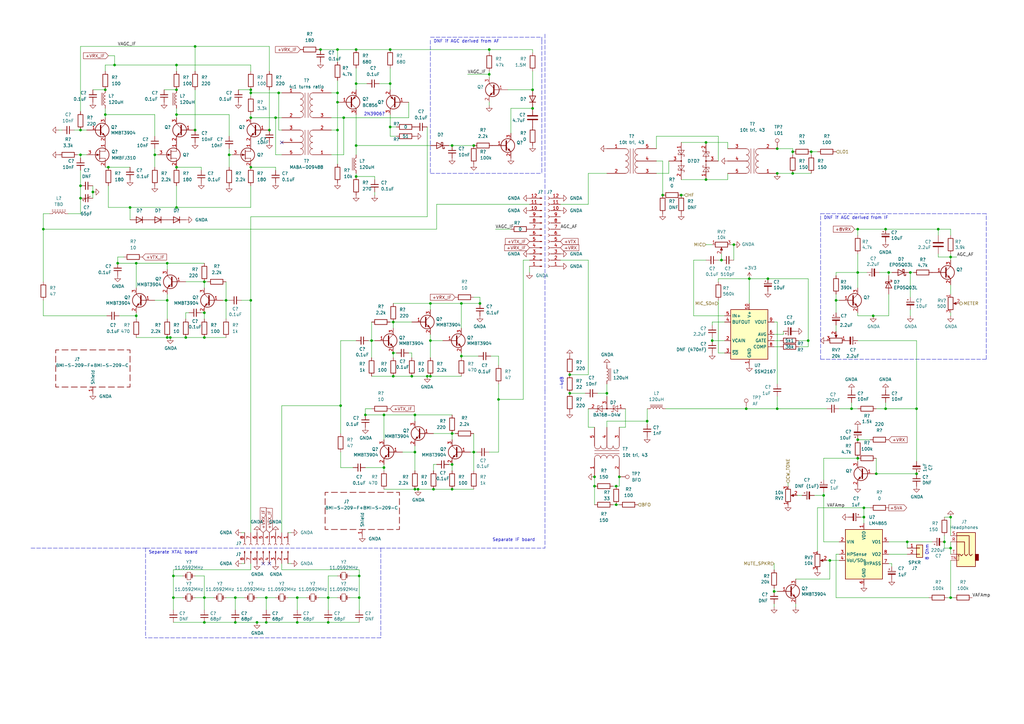
<source format=kicad_sch>
(kicad_sch (version 20211123) (generator eeschema)

  (uuid 0e592cd4-1950-44ef-9727-8e526f4c4e12)

  (paper "A3")

  (title_block
    (title "DART-70 TRX")
    (date "2023-01-15")
    (rev "0")
    (company "HB9EGM")
    (comment 1 "A 4m Band SSB/CW Transceiver")
  )

  

  (junction (at 157.48 191.77) (diameter 0) (color 0 0 0 0)
    (uuid 0079a40d-5664-4eb5-a4a1-35e197c9e578)
  )
  (junction (at 160.02 52.07) (diameter 0) (color 0 0 0 0)
    (uuid 00fc8e1e-afda-4f91-b2e2-9d2566fc305b)
  )
  (junction (at 17.78 -17.78) (diameter 0) (color 0 0 0 0)
    (uuid 01c54577-6862-4ca7-bb55-524c2e995aee)
  )
  (junction (at 171.45 200.66) (diameter 0) (color 0 0 0 0)
    (uuid 027f19f3-a3d5-4daa-a96e-c5d9a71c1df8)
  )
  (junction (at 185.42 190.5) (diameter 0) (color 0 0 0 0)
    (uuid 02d8bab6-e62a-43d8-ae0a-47eb8be52f66)
  )
  (junction (at 373.38 111.76) (diameter 0) (color 0 0 0 0)
    (uuid 059f4155-bed3-4fb2-9baa-d569f31b7e5d)
  )
  (junction (at 265.43 172.72) (diameter 0) (color 0 0 0 0)
    (uuid 06536fe5-804c-49ea-be1f-f17d61e41354)
  )
  (junction (at 71.12 236.22) (diameter 0) (color 0 0 0 0)
    (uuid 08e3fbcd-b24c-43b5-a2a5-3ed606084464)
  )
  (junction (at 389.89 212.09) (diameter 0) (color 0 0 0 0)
    (uuid 0964d962-846f-4609-b657-83d8fae25141)
  )
  (junction (at 139.7 166.37) (diameter 0) (color 0 0 0 0)
    (uuid 0a639b6c-6bcd-49c1-9a6e-7344d47860d2)
  )
  (junction (at 134.62 255.27) (diameter 0) (color 0 0 0 0)
    (uuid 0e565d2a-00bb-4f20-8e2e-0f824e8d2762)
  )
  (junction (at 102.87 38.1) (diameter 0) (color 0 0 0 0)
    (uuid 0f8367d0-e4ea-40ae-8dac-4e16d60a532f)
  )
  (junction (at -86.36 36.83) (diameter 0) (color 0 0 0 0)
    (uuid 0fffb828-f291-41d3-a83c-4eaa3df13f3a)
  )
  (junction (at -38.1 15.24) (diameter 0) (color 0 0 0 0)
    (uuid 128a7556-cb3d-406d-b84d-6d9efc7f9ed8)
  )
  (junction (at 254 195.58) (diameter 0) (color 0 0 0 0)
    (uuid 14ec63df-7ba1-4b31-a4a0-7e767d727f16)
  )
  (junction (at 38.1 78.74) (diameter 0) (color 0 0 0 0)
    (uuid 173f5655-a774-48b9-985b-3b9523888334)
  )
  (junction (at 170.18 185.42) (diameter 0) (color 0 0 0 0)
    (uuid 17a2367e-a2ff-4b57-83ee-9ab25894ec97)
  )
  (junction (at 363.22 93.98) (diameter 0) (color 0 0 0 0)
    (uuid 1843d2c0-629c-44e7-8460-03ced60a2111)
  )
  (junction (at -38.1 22.86) (diameter 0) (color 0 0 0 0)
    (uuid 18a9dea8-caa6-40a3-962a-7699d9146e17)
  )
  (junction (at 176.53 154.305) (diameter 0) (color 0 0 0 0)
    (uuid 1901071a-701e-48b3-9650-22696abf77c4)
  )
  (junction (at 46.99 26.67) (diameter 0) (color 0 0 0 0)
    (uuid 1a164a1f-45a6-43b7-9b64-349463c23d37)
  )
  (junction (at 68.58 123.19) (diameter 0) (color 0 0 0 0)
    (uuid 1a40de25-0d4b-4ee8-8390-eda2db6a3d47)
  )
  (junction (at -66.04 114.3) (diameter 0) (color 0 0 0 0)
    (uuid 1aaf34a3-282e-4633-82fa-9d6cdf32efbb)
  )
  (junction (at 83.82 115.57) (diameter 0) (color 0 0 0 0)
    (uuid 1bbdfeb9-0e22-43ad-a9eb-15915db8f44f)
  )
  (junction (at 185.42 59.69) (diameter 0) (color 0 0 0 0)
    (uuid 1c038126-c738-4381-b698-5c33c4341ae8)
  )
  (junction (at 152.4 139.7) (diameter 0) (color 0 0 0 0)
    (uuid 1cfd82c6-a842-46ad-8b6f-e039805269e2)
  )
  (junction (at 80.01 53.34) (diameter 0) (color 0 0 0 0)
    (uuid 1de51305-582b-4628-8092-75c3cf54eea0)
  )
  (junction (at 68.58 138.43) (diameter 0) (color 0 0 0 0)
    (uuid 1df28245-4758-4aa6-85a4-669f880421f4)
  )
  (junction (at 140.97 48.26) (diameter 0) (color 0 0 0 0)
    (uuid 201d7aae-9fa3-44a6-80ec-1dc27857b95f)
  )
  (junction (at 105.41 255.27) (diameter 0) (color 0 0 0 0)
    (uuid 210630ed-a720-499f-8ec9-3630627e1e05)
  )
  (junction (at 149.86 170.18) (diameter 0) (color 0 0 0 0)
    (uuid 222d63d3-68ff-4a04-b7c3-6efd5c4ab9e1)
  )
  (junction (at 44.45 68.58) (diameter 0) (color 0 0 0 0)
    (uuid 22f086a0-4e36-4832-8e1e-3bdb65f5c3f2)
  )
  (junction (at 83.82 255.27) (diameter 0) (color 0 0 0 0)
    (uuid 24fd922c-d488-4d61-b6dc-9d3e359ccc82)
  )
  (junction (at 43.18 36.83) (diameter 0) (color 0 0 0 0)
    (uuid 2583e10f-d237-4b6a-a35d-cff26f964496)
  )
  (junction (at 307.34 114.3) (diameter 0) (color 0 0 0 0)
    (uuid 2792ed93-89db-4e51-99ff-281323e776eb)
  )
  (junction (at 83.82 128.27) (diameter 0) (color 0 0 0 0)
    (uuid 27eaad48-6f2d-40af-b26c-f1f52c055ea8)
  )
  (junction (at 289.56 73.66) (diameter 0) (color 0 0 0 0)
    (uuid 29679519-0074-4244-8bb1-857f21221a1a)
  )
  (junction (at 41.91 -10.16) (diameter 0) (color 0 0 0 0)
    (uuid 2af1d271-3c6a-476d-8eba-6b2aab466da3)
  )
  (junction (at 106.68 -27.94) (diameter 0) (color 0 0 0 0)
    (uuid 2c488362-c230-4f6d-82f9-a229b1171a23)
  )
  (junction (at 185.42 177.8) (diameter 0) (color 0 0 0 0)
    (uuid 2cd3680a-9e9d-4c97-9125-39c64a75e644)
  )
  (junction (at 72.39 46.99) (diameter 0) (color 0 0 0 0)
    (uuid 2d264e2f-7e31-4a17-86c5-13a68ab3ff7e)
  )
  (junction (at 325.12 62.23) (diameter 0) (color 0 0 0 0)
    (uuid 2ee50ef4-e14b-4cdd-b277-09dbc703d671)
  )
  (junction (at 300.99 100.33) (diameter 0) (color 0 0 0 0)
    (uuid 335263d3-7e35-4a9c-83c2-cd71d45f0688)
  )
  (junction (at 55.88 107.95) (diameter 0) (color 0 0 0 0)
    (uuid 33db3197-3c0b-42f2-b18d-c5f4fadafecf)
  )
  (junction (at 17.78 -10.16) (diameter 0) (color 0 0 0 0)
    (uuid 34d3baf1-c1a6-463d-a7da-03fde565ea93)
  )
  (junction (at -71.12 29.21) (diameter 0) (color 0 0 0 0)
    (uuid 3aec5e23-e675-4bcf-9a9e-48cb59d51927)
  )
  (junction (at 354.33 212.09) (diameter 0) (color 0 0 0 0)
    (uuid 3b2c73f9-53a3-4765-953c-46e211379622)
  )
  (junction (at 170.18 170.18) (diameter 0) (color 0 0 0 0)
    (uuid 3bd6009a-f48b-4c66-92de-4d24549b4c7d)
  )
  (junction (at 194.31 59.69) (diameter 0) (color 0 0 0 0)
    (uuid 3bf0f30a-4c02-4011-9e56-5268cd9a18bc)
  )
  (junction (at 279.4 80.01) (diameter 0) (color 0 0 0 0)
    (uuid 3c3ec9ea-2f3e-4d19-9e10-895079fd0f3f)
  )
  (junction (at 146.05 20.32) (diameter 0) (color 0 0 0 0)
    (uuid 3e9deac2-8e86-484c-b76a-a334d0715f66)
  )
  (junction (at 318.77 167.64) (diameter 0) (color 0 0 0 0)
    (uuid 3fae85f6-374f-4472-8821-81e935dc5df4)
  )
  (junction (at 318.77 60.96) (diameter 0) (color 0 0 0 0)
    (uuid 414842e2-7a02-457e-9971-ff5bded25512)
  )
  (junction (at 170.18 200.66) (diameter 0) (color 0 0 0 0)
    (uuid 43c88063-044a-47b7-b010-f3fb76152eec)
  )
  (junction (at -63.5 36.83) (diameter 0) (color 0 0 0 0)
    (uuid 45245258-c97a-4586-bc43-2154c85c0ef6)
  )
  (junction (at 71.12 245.11) (diameter 0) (color 0 0 0 0)
    (uuid 460147d8-e4b6-4910-88e9-07d1ddd6c2df)
  )
  (junction (at 76.2 138.43) (diameter 0) (color 0 0 0 0)
    (uuid 49cc8c43-5c55-4202-ae4f-37f234578cb7)
  )
  (junction (at 83.82 245.11) (diameter 0) (color 0 0 0 0)
    (uuid 4b982f8b-ca29-4ebf-88fc-8a50b24e0802)
  )
  (junction (at 196.85 124.46) (diameter 0) (color 0 0 0 0)
    (uuid 4cd054ee-d881-48b3-84f1-c7ce34322184)
  )
  (junction (at 306.07 167.64) (diameter 0) (color 0 0 0 0)
    (uuid 55b607c4-6a0a-43be-9a40-9897a26f3d0b)
  )
  (junction (at 52.07 -17.78) (diameter 0) (color 0 0 0 0)
    (uuid 5684e95c-6824-46cf-8e72-881178a51d31)
  )
  (junction (at 143.51 -16.51) (diameter 0) (color 0 0 0 0)
    (uuid 578f33ff-8d12-4136-bb61-e55b7655fa5b)
  )
  (junction (at 161.29 154.305) (diameter 0) (color 0 0 0 0)
    (uuid 5823e780-c4ed-4da5-be38-6b405f0da66a)
  )
  (junction (at 189.23 146.05) (diameter 0) (color 0 0 0 0)
    (uuid 5a351350-3bae-4444-b037-df6bea15164c)
  )
  (junction (at -55.88 106.68) (diameter 0) (color 0 0 0 0)
    (uuid 5b29962f-685a-409c-915c-9c4a92ed442a)
  )
  (junction (at 147.32 245.11) (diameter 0) (color 0 0 0 0)
    (uuid 5c4341e3-29f4-4014-ad6b-9b4cb50156a6)
  )
  (junction (at 134.62 245.11) (diameter 0) (color 0 0 0 0)
    (uuid 5dbda758-e74b-4ccf-ad68-495d537d68ba)
  )
  (junction (at 55.88 129.54) (diameter 0) (color 0 0 0 0)
    (uuid 5dc5b75f-c40f-4eb5-8b75-54744890a0ec)
  )
  (junction (at 152.4 -16.51) (diameter 0) (color 0 0 0 0)
    (uuid 5ed637ac-40ac-434c-a406-609e25d3658d)
  )
  (junction (at 147.32 236.22) (diameter 0) (color 0 0 0 0)
    (uuid 5fc44bfc-3a32-42f5-89ff-303d655beeb1)
  )
  (junction (at -49.53 36.83) (diameter 0) (color 0 0 0 0)
    (uuid 604495b3-3885-49af-8442-bcf3d7361dc4)
  )
  (junction (at 146.05 72.39) (diameter 0) (color 0 0 0 0)
    (uuid 611c0051-64b3-4ff6-b51a-6ea814324060)
  )
  (junction (at 325.12 71.12) (diameter 0) (color 0 0 0 0)
    (uuid 62cd3edc-a5f4-4820-bbe7-c3279ef20997)
  )
  (junction (at 384.81 93.98) (diameter 0) (color 0 0 0 0)
    (uuid 62ed984b-c070-4de1-bd86-30aeb09fb9cd)
  )
  (junction (at -87.63 36.83) (diameter 0) (color 0 0 0 0)
    (uuid 65e58d89-f213-4051-b36b-7b3454867ad5)
  )
  (junction (at 243.84 195.58) (diameter 0) (color 0 0 0 0)
    (uuid 666e4a05-1237-4554-b21f-427292bd8e37)
  )
  (junction (at -55.88 119.38) (diameter 0) (color 0 0 0 0)
    (uuid 669e2f76-dce7-4b88-b383-d3587e6cc0cc)
  )
  (junction (at 375.92 194.31) (diameter 0) (color 0 0 0 0)
    (uuid 707b1436-6255-4e74-ac3c-e365f258d4c7)
  )
  (junction (at 72.39 85.09) (diameter 0) (color 0 0 0 0)
    (uuid 711716b4-cb3c-40a8-915f-7a9cd1c1a345)
  )
  (junction (at -55.88 204.47) (diameter 0) (color 0 0 0 0)
    (uuid 7167e0fb-15b0-446d-969c-ecf63e50097d)
  )
  (junction (at -71.12 36.83) (diameter 0) (color 0 0 0 0)
    (uuid 72729c20-0465-4f8c-be80-3c22bb337ef7)
  )
  (junction (at -29.21 29.21) (diameter 0) (color 0 0 0 0)
    (uuid 7401f61b-dc36-4f5a-ba3e-b101a22bf1fc)
  )
  (junction (at 43.18 46.99) (diameter 0) (color 0 0 0 0)
    (uuid 79aa4561-3272-488a-aacc-d24a783bf3fa)
  )
  (junction (at 233.68 153.67) (diameter 0) (color 0 0 0 0)
    (uuid 7d85be9d-ee09-4a04-83f5-7c03bb72f90d)
  )
  (junction (at 204.47 163.83) (diameter 0) (color 0 0 0 0)
    (uuid 7df221bc-d289-44d1-b3e3-f9267f8abe4a)
  )
  (junction (at 92.71 123.19) (diameter 0) (color 0 0 0 0)
    (uuid 7e24b7ef-d016-426d-a42c-f65bd87459d1)
  )
  (junction (at 68.58 107.95) (diameter 0) (color 0 0 0 0)
    (uuid 7f16053c-1ac6-44e1-ad45-53333cd51424)
  )
  (junction (at 41.91 -17.78) (diameter 0) (color 0 0 0 0)
    (uuid 825065db-dc11-43e9-aa2e-59e6b2cd21f3)
  )
  (junction (at 340.36 229.87) (diameter 0) (color 0 0 0 0)
    (uuid 82805698-6948-4458-acba-8dc2adc02007)
  )
  (junction (at 31.75 -17.78) (diameter 0) (color 0 0 0 0)
    (uuid 82bf2831-f69a-4cf1-ad28-e7c6c4e8c86f)
  )
  (junction (at 314.96 114.3) (diameter 0) (color 0 0 0 0)
    (uuid 86a34ff8-9697-4394-b32e-9c903027c8af)
  )
  (junction (at 375.92 167.64) (diameter 0) (color 0 0 0 0)
    (uuid 87de6167-efcd-419e-8646-4ba5a69ecc7b)
  )
  (junction (at 138.43 20.32) (diameter 0) (color 0 0 0 0)
    (uuid 89924c9d-894c-4783-bb98-91fe4fffc426)
  )
  (junction (at 83.82 138.43) (diameter 0) (color 0 0 0 0)
    (uuid 8b0bcfdc-3f55-4e36-b156-0996ed2b4911)
  )
  (junction (at 114.3 38.1) (diameter 0) (color 0 0 0 0)
    (uuid 8bf6b6d5-4642-4712-b597-69648f02979f)
  )
  (junction (at 387.35 222.25) (diameter 0) (color 0 0 0 0)
    (uuid 8d612602-5cc8-45dd-a943-2a29be4b9ede)
  )
  (junction (at 138.43 53.34) (diameter 0) (color 0 0 0 0)
    (uuid 8e130204-3aa9-4b37-8e36-da7865904fa3)
  )
  (junction (at 337.82 203.2) (diameter 0) (color 0 0 0 0)
    (uuid 8f57152a-781e-4e8e-b36c-e81f9a864e3b)
  )
  (junction (at 252.73 207.01) (diameter 0) (color 0 0 0 0)
    (uuid 900aee6e-8ffc-4f8c-8a6e-d8e7689e7086)
  )
  (junction (at 93.98 63.5) (diameter 0) (color 0 0 0 0)
    (uuid 91049a94-ccf8-463e-ab05-8a76a56be653)
  )
  (junction (at -58.42 36.83) (diameter 0) (color 0 0 0 0)
    (uuid 9116f42f-8d27-4055-8fab-af8b6ed6959f)
  )
  (junction (at 33.02 63.5) (diameter 0) (color 0 0 0 0)
    (uuid 9134413a-edf3-40ce-9ec2-93a536746842)
  )
  (junction (at 332.74 62.23) (diameter 0) (color 0 0 0 0)
    (uuid 92648d78-a89e-450a-9d5a-f375414e510f)
  )
  (junction (at 102.87 123.19) (diameter 0) (color 0 0 0 0)
    (uuid 9488cf71-6f2d-4a7f-a6b7-c400e1a80d31)
  )
  (junction (at 138.43 38.1) (diameter 0) (color 0 0 0 0)
    (uuid 94a7e072-a853-4895-a974-0e863ac9edc2)
  )
  (junction (at 96.52 245.11) (diameter 0) (color 0 0 0 0)
    (uuid 9666bb6a-0c1d-4c92-be6d-94a465ec5c51)
  )
  (junction (at 389.89 224.79) (diameter 0) (color 0 0 0 0)
    (uuid 98a1742d-cc82-4a66-87b4-845a0462a9e4)
  )
  (junction (at 72.39 26.67) (diameter 0) (color 0 0 0 0)
    (uuid 994aaeb0-a945-4297-8f22-64b15ec2470b)
  )
  (junction (at 146.05 34.29) (diameter 0) (color 0 0 0 0)
    (uuid a4ec02e9-e140-4dcc-958f-47f7624526cb)
  )
  (junction (at 24.13 -17.78) (diameter 0) (color 0 0 0 0)
    (uuid a5dfaf18-d33f-45c4-b76f-2a5051ec9118)
  )
  (junction (at 31.75 -25.4) (diameter 0) (color 0 0 0 0)
    (uuid a6347fea-87e1-4897-bfe2-729d24d2f085)
  )
  (junction (at -58.42 44.45) (diameter 0) (color 0 0 0 0)
    (uuid a6386af6-d744-458e-b19d-8fd97b5ad9f9)
  )
  (junction (at 69.85 138.43) (diameter 0) (color 0 0 0 0)
    (uuid a63ebd0a-4113-4e01-a518-d579deedd3ce)
  )
  (junction (at 351.79 93.98) (diameter 0) (color 0 0 0 0)
    (uuid a65cad0c-0ef1-4ea5-a965-4eae7ac1f6af)
  )
  (junction (at 349.25 167.64) (diameter 0) (color 0 0 0 0)
    (uuid a7cad282-51c3-4f24-be5e-311c2c5e959b)
  )
  (junction (at 317.5 242.57) (diameter 0) (color 0 0 0 0)
    (uuid a81b6768-8ab7-4398-923e-af4751f24292)
  )
  (junction (at 218.44 44.45) (diameter 0) (color 0 0 0 0)
    (uuid a8675aa5-24f4-4a65-9564-259800e24a61)
  )
  (junction (at 185.42 200.66) (diameter 0) (color 0 0 0 0)
    (uuid ab5a5163-9113-4726-bc7a-7e25f5bcb137)
  )
  (junction (at 342.9 123.19) (diameter 0) (color 0 0 0 0)
    (uuid ac0e5582-f44c-4bc2-8ae7-2c3f1115fb00)
  )
  (junction (at 295.91 106.68) (diameter 0) (color 0 0 0 0)
    (uuid ad2d033c-4040-4813-b5da-82cf827f9d86)
  )
  (junction (at 109.22 245.11) (diameter 0) (color 0 0 0 0)
    (uuid ad485fa9-ca4c-467a-b6d9-302ae2ec4eaa)
  )
  (junction (at -86.36 44.45) (diameter 0) (color 0 0 0 0)
    (uuid aeae1c08-0511-41ff-896d-95b95a86eb35)
  )
  (junction (at 109.22 255.27) (diameter 0) (color 0 0 0 0)
    (uuid aed41e50-066a-4d5d-9b35-33c86a58f817)
  )
  (junction (at 161.29 144.78) (diameter 0) (color 0 0 0 0)
    (uuid af8bae6a-8757-4f16-b0d0-abb737783e95)
  )
  (junction (at 33.02 53.34) (diameter 0) (color 0 0 0 0)
    (uuid b046cbfe-7bd9-4ac8-9c60-a84b90a07076)
  )
  (junction (at 146.05 59.69) (diameter 0) (color 0 0 0 0)
    (uuid b0bd599f-5320-4de4-9844-b1248597f45d)
  )
  (junction (at 354.33 208.28) (diameter 0) (color 0 0 0 0)
    (uuid b2c93e47-1b35-4bce-b217-c95c59af9fea)
  )
  (junction (at 39.37 -17.78) (diameter 0) (color 0 0 0 0)
    (uuid b3dbf4ad-71cb-48f5-9655-41b47deeea78)
  )
  (junction (at 200.66 30.48) (diameter 0) (color 0 0 0 0)
    (uuid b52e2ac1-1ad4-4299-a3b7-5950aeda9b09)
  )
  (junction (at 189.23 124.46) (diameter 0) (color 0 0 0 0)
    (uuid b675e2b2-25bf-4b3b-b437-094260cb114b)
  )
  (junction (at 359.41 194.31) (diameter 0) (color 0 0 0 0)
    (uuid b67c5032-3958-4f67-8cff-2bc749aa2559)
  )
  (junction (at 331.47 139.7) (diameter 0) (color 0 0 0 0)
    (uuid b6a3e709-356a-4a55-ac00-07ba73afac37)
  )
  (junction (at 175.26 154.305) (diameter 0) (color 0 0 0 0)
    (uuid b7b19b43-333b-4f4a-a3cd-98293e66d1bd)
  )
  (junction (at 363.22 167.64) (diameter 0) (color 0 0 0 0)
    (uuid b9f8b708-1745-43ec-9646-59495cbc6e07)
  )
  (junction (at 33.02 76.2) (diameter 0) (color 0 0 0 0)
    (uuid bb8014a4-ec9e-4ad1-bfc4-5862db6dd16f)
  )
  (junction (at 110.49 53.34) (diameter 0) (color 0 0 0 0)
    (uuid bb8fc86a-138e-468d-a6f3-4d425bea2798)
  )
  (junction (at 243.84 199.39) (diameter 0) (color 0 0 0 0)
    (uuid bbd7fe45-0b91-4486-a44b-59dbf8a4baa0)
  )
  (junction (at 102.87 48.26) (diameter 0) (color 0 0 0 0)
    (uuid bcb7b50e-e30b-4748-9ad3-15fd19268fd8)
  )
  (junction (at 72.39 36.83) (diameter 0) (color 0 0 0 0)
    (uuid bdd38f4a-d1f5-49ea-86a0-7074369f7406)
  )
  (junction (at 389.89 245.11) (diameter 0) (color 0 0 0 0)
    (uuid bff74fb8-2e53-4140-9d30-8bb9b336dda4)
  )
  (junction (at 351.79 187.96) (diameter 0) (color 0 0 0 0)
    (uuid c07980be-125c-4459-be81-f2b8371f5ae2)
  )
  (junction (at -59.69 134.62) (diameter 0) (color 0 0 0 0)
    (uuid c26d7e1d-0511-44b3-9911-466a7132a529)
  )
  (junction (at 138.43 41.91) (diameter 0) (color 0 0 0 0)
    (uuid c41a688f-80a3-4252-bb37-134631846db3)
  )
  (junction (at 176.53 139.7) (diameter 0) (color 0 0 0 0)
    (uuid c56d43d7-d576-4bc7-8ab7-d28306d83cba)
  )
  (junction (at 121.92 255.27) (diameter 0) (color 0 0 0 0)
    (uuid c8816f2b-d043-4f02-8988-815e5e7435ee)
  )
  (junction (at 121.92 245.11) (diameter 0) (color 0 0 0 0)
    (uuid ca2ddb3d-eff7-4148-ac57-d5c14ba8be31)
  )
  (junction (at 17.78 93.98) (diameter 0) (color 0 0 0 0)
    (uuid ca8cd7c2-9359-47e5-b7a5-1cfc1efe8ce1)
  )
  (junction (at 48.26 107.95) (diameter 0) (color 0 0 0 0)
    (uuid cc03e36c-5f2a-4c8f-aae8-d314a1f96869)
  )
  (junction (at 102.87 36.83) (diameter 0) (color 0 0 0 0)
    (uuid cf4a7a0f-4b62-4a14-8810-1f9be9bb8bca)
  )
  (junction (at 33.02 81.28) (diameter 0) (color 0 0 0 0)
    (uuid cfa6195a-5066-4377-9f73-1328281e7e8b)
  )
  (junction (at 96.52 255.27) (diameter 0) (color 0 0 0 0)
    (uuid d3e01bdf-5c14-407f-80a1-1d934fc04fab)
  )
  (junction (at 194.31 185.42) (diameter 0) (color 0 0 0 0)
    (uuid d46cfddd-ae59-45a8-a05e-501b77d91351)
  )
  (junction (at 168.91 154.305) (diameter 0) (color 0 0 0 0)
    (uuid d54016b1-7373-4445-9268-a10a87031d2a)
  )
  (junction (at 351.79 180.34) (diameter 0) (color 0 0 0 0)
    (uuid d5f44e34-1e33-4144-aa30-1db4271bb385)
  )
  (junction (at 72.39 68.58) (diameter 0) (color 0 0 0 0)
    (uuid d5fa5081-044e-4305-8f5d-d2a56bf86d29)
  )
  (junction (at 372.11 222.25) (diameter 0) (color 0 0 0 0)
    (uuid d6fda246-3399-48cd-8a06-99bbdf8c75e4)
  )
  (junction (at 102.87 68.58) (diameter 0) (color 0 0 0 0)
    (uuid d703d54e-2823-4563-98c8-59d8b8b54fec)
  )
  (junction (at 177.8 200.66) (diameter 0) (color 0 0 0 0)
    (uuid d774c163-0e71-4e59-99e8-33a6c910c00d)
  )
  (junction (at 157.48 170.18) (diameter 0) (color 0 0 0 0)
    (uuid dcdfeb28-863e-4a43-ad64-f6e45863b4d7)
  )
  (junction (at 131.445 20.32) (diameter 0) (color 0 0 0 0)
    (uuid ddaaa428-40ee-45ee-a789-6961e25a11bb)
  )
  (junction (at 113.03 48.26) (diameter 0) (color 0 0 0 0)
    (uuid de406bef-5463-4ca6-973a-507e0875b3c1)
  )
  (junction (at 53.34 85.09) (diameter 0) (color 0 0 0 0)
    (uuid df231e82-dc0c-49c1-a01b-d2be84591ff3)
  )
  (junction (at 364.49 111.76) (diameter 0) (color 0 0 0 0)
    (uuid e3903eeb-8b72-4b40-a088-cbbba270c01b)
  )
  (junction (at 160.02 20.32) (diameter 0) (color 0 0 0 0)
    (uuid e68e2295-e5ad-41e7-931d-7bf2c40e2981)
  )
  (junction (at 63.5 63.5) (diameter 0) (color 0 0 0 0)
    (uuid e736b041-4756-4726-980f-1b93cf00a2ad)
  )
  (junction (at 389.89 105.41) (diameter 0) (color 0 0 0 0)
    (uuid e8558fbd-ea42-43a6-966a-7bd304bdfaad)
  )
  (junction (at 351.79 111.76) (diameter 0) (color 0 0 0 0)
    (uuid eac540a2-0555-4530-b9cb-9b037a65c0a7)
  )
  (junction (at 161.29 132.08) (diameter 0) (color 0 0 0 0)
    (uuid ebb47292-9f48-4312-b342-46b912c5cc5e)
  )
  (junction (at 218.44 36.83) (diameter 0) (color 0 0 0 0)
    (uuid ecba702e-9fb5-4bd7-9b08-5197492ec54b)
  )
  (junction (at 271.78 80.01) (diameter 0) (color 0 0 0 0)
    (uuid f056ea50-55b1-41e7-b494-b5d2ecc55c1b)
  )
  (junction (at 358.14 129.54) (diameter 0) (color 0 0 0 0)
    (uuid f0f3907b-44e3-4106-9f24-d8ce836b6bb0)
  )
  (junction (at 200.66 20.32) (diameter 0) (color 0 0 0 0)
    (uuid f1a9e2a2-6347-4852-b335-cf8402c433a4)
  )
  (junction (at 318.77 71.12) (diameter 0) (color 0 0 0 0)
    (uuid f3285ed9-855d-4b3c-9145-ed9dbda7a1d9)
  )
  (junction (at 176.53 124.46) (diameter 0) (color 0 0 0 0)
    (uuid f48610b4-7716-4660-a4c1-c570d7241e98)
  )
  (junction (at -78.74 36.83) (diameter 0) (color 0 0 0 0)
    (uuid f8e927af-4836-4b0f-8a57-dbca5a18a442)
  )
  (junction (at 8.89 -17.78) (diameter 0) (color 0 0 0 0)
    (uuid f9570ec9-4338-4208-aee7-369a45a284f8)
  )
  (junction (at 289.56 58.42) (diameter 0) (color 0 0 0 0)
    (uuid f9728ce1-58db-4b51-bb92-9b665142c745)
  )
  (junction (at 160.02 34.29) (diameter 0) (color 0 0 0 0)
    (uuid fb5d1a59-18d1-49ea-b504-10e76cce8897)
  )
  (junction (at 233.68 161.29) (diameter 0) (color 0 0 0 0)
    (uuid fc4d1f83-01a0-4988-9e5c-365dd357721b)
  )
  (junction (at 252.73 199.39) (diameter 0) (color 0 0 0 0)
    (uuid fdfa5510-42f0-4453-abc9-e2662aed6431)
  )
  (junction (at 292.1 139.7) (diameter 0) (color 0 0 0 0)
    (uuid fe2b05f5-675b-44d0-956c-c5829b7c692a)
  )
  (junction (at 80.01 19.05) (diameter 0) (color 0 0 0 0)
    (uuid fe2ce942-d4c5-4b3f-a09e-cda9276450f6)
  )
  (junction (at 248.92 161.29) (diameter 0) (color 0 0 0 0)
    (uuid ff5fdf11-1f23-47b6-b215-cb1e13c6ad45)
  )

  (no_connect (at 107.95 231.14) (uuid 2b99a1e6-5f67-436f-9ed5-38e8bfd4c142))
  (no_connect (at 115.57 58.42) (uuid d5f2569f-277a-4857-bf67-a25e81fd5311))
  (no_connect (at 110.49 231.14) (uuid ee08a6c2-528a-478b-9089-08fe9a37ec7e))

  (wire (pts (xy -38.1 22.86) (xy -38.1 29.21))
    (stroke (width 0) (type default) (color 0 0 0 0))
    (uuid 00185541-0a55-4e62-91d8-99e7a7720d36)
  )
  (wire (pts (xy -86.36 44.45) (xy -95.25 44.45))
    (stroke (width 0) (type default) (color 0 0 0 0))
    (uuid 00627221-b0fd-448e-b5a6-250d249697c2)
  )
  (wire (pts (xy 138.43 20.32) (xy 138.43 25.4))
    (stroke (width 0) (type default) (color 0 0 0 0))
    (uuid 00c27d59-c437-4bee-9cde-cbd48a34e31b)
  )
  (wire (pts (xy 17.78 93.98) (xy 17.78 115.57))
    (stroke (width 0) (type default) (color 0 0 0 0))
    (uuid 00ffa92a-629b-4baa-81dc-b693705154cf)
  )
  (wire (pts (xy 12.7 -26.67) (xy 11.43 -26.67))
    (stroke (width 0) (type default) (color 0 0 0 0))
    (uuid 01106a52-6b7d-40fd-b165-c927be1f6a1d)
  )
  (wire (pts (xy 11.43 -26.67) (xy 11.43 -27.94))
    (stroke (width 0) (type default) (color 0 0 0 0))
    (uuid 01422660-08c8-48f3-98ca-26cbe7f98f5b)
  )
  (wire (pts (xy -58.42 44.45) (xy -49.53 44.45))
    (stroke (width 0) (type default) (color 0 0 0 0))
    (uuid 01600802-66c5-45a2-be7f-4fa2327d845b)
  )
  (wire (pts (xy -72.39 36.83) (xy -71.12 36.83))
    (stroke (width 0) (type default) (color 0 0 0 0))
    (uuid 01657d30-6f8e-4bbd-a3dd-6a0742c69aca)
  )
  (wire (pts (xy 331.47 142.24) (xy 327.66 142.24))
    (stroke (width 0) (type default) (color 0 0 0 0))
    (uuid 01caafb3-af8a-4642-870c-c290b286d040)
  )
  (wire (pts (xy 177.8 177.8) (xy 185.42 177.8))
    (stroke (width 0) (type default) (color 0 0 0 0))
    (uuid 01f0181c-303d-46c7-ba34-20eee1c48cd1)
  )
  (wire (pts (xy 170.18 185.42) (xy 165.1 185.42))
    (stroke (width 0) (type default) (color 0 0 0 0))
    (uuid 0222c276-ce98-44cf-9ac7-d0d00163570d)
  )
  (wire (pts (xy 153.67 80.01) (xy 153.67 78.74))
    (stroke (width 0) (type default) (color 0 0 0 0))
    (uuid 027fc545-8a42-4646-8424-467711418116)
  )
  (wire (pts (xy 170.18 200.66) (xy 157.48 200.66))
    (stroke (width 0) (type default) (color 0 0 0 0))
    (uuid 035d062f-f875-4853-8ca1-a348c3967bb1)
  )
  (wire (pts (xy 185.42 59.69) (xy 194.31 59.69))
    (stroke (width 0) (type default) (color 0 0 0 0))
    (uuid 03dd13e2-d89f-47ed-8a2f-ce75e7a97ef3)
  )
  (wire (pts (xy 134.62 245.11) (xy 138.43 245.11))
    (stroke (width 0) (type default) (color 0 0 0 0))
    (uuid 042fe62b-53aa-4e86-97d0-9ccb1e16a895)
  )
  (wire (pts (xy 30.48 -17.78) (xy 31.75 -17.78))
    (stroke (width 0) (type default) (color 0 0 0 0))
    (uuid 0452da17-4ccf-4bdc-9fc3-b0a09600bd55)
  )
  (wire (pts (xy 294.64 144.78) (xy 297.18 144.78))
    (stroke (width 0) (type default) (color 0 0 0 0))
    (uuid 04868f85-bc69-4fa9-8e62-d78ffe5ae58e)
  )
  (wire (pts (xy 102.87 76.2) (xy 102.87 85.09))
    (stroke (width 0) (type default) (color 0 0 0 0))
    (uuid 066671d9-1fdf-4a05-a7e7-cadb7d44b89f)
  )
  (wire (pts (xy 243.84 199.39) (xy 243.84 207.01))
    (stroke (width 0) (type default) (color 0 0 0 0))
    (uuid 0734ff63-3ff1-4961-8ab2-1fd864a1b83d)
  )
  (wire (pts (xy 80.01 236.22) (xy 83.82 236.22))
    (stroke (width 0) (type default) (color 0 0 0 0))
    (uuid 082d865b-0a4e-49c3-b18b-be47fd4a465a)
  )
  (wire (pts (xy -87.63 25.4) (xy -87.63 36.83))
    (stroke (width 0) (type default) (color 0 0 0 0))
    (uuid 08fa8ff6-09a7-484c-b1d9-0e3b7c49bb26)
  )
  (wire (pts (xy 373.38 111.76) (xy 373.38 121.92))
    (stroke (width 0) (type default) (color 0 0 0 0))
    (uuid 09321bf4-1ea1-49b5-b1f9-ac29d6606a74)
  )
  (wire (pts (xy 170.18 170.18) (xy 157.48 170.18))
    (stroke (width 0) (type default) (color 0 0 0 0))
    (uuid 0943dfff-08fd-4176-a97a-8e271f47b148)
  )
  (wire (pts (xy 53.34 85.09) (xy 53.34 90.17))
    (stroke (width 0) (type default) (color 0 0 0 0))
    (uuid 0a0c053c-54e0-4f14-b909-036d0c5fbf08)
  )
  (wire (pts (xy 185.42 177.8) (xy 185.42 180.34))
    (stroke (width 0) (type default) (color 0 0 0 0))
    (uuid 0a80373e-7854-41a7-8441-30fd81967887)
  )
  (wire (pts (xy -63.5 36.83) (xy -58.42 36.83))
    (stroke (width 0) (type default) (color 0 0 0 0))
    (uuid 0a83f85d-78ad-480a-a5ba-773caced8f09)
  )
  (wire (pts (xy 63.5 46.99) (xy 43.18 46.99))
    (stroke (width 0) (type default) (color 0 0 0 0))
    (uuid 0b5e9f79-a50b-4078-b2be-eff1d45ab7fc)
  )
  (wire (pts (xy 93.98 123.19) (xy 92.71 123.19))
    (stroke (width 0) (type default) (color 0 0 0 0))
    (uuid 0d6c967f-86f5-44e5-9340-027d68bcbf47)
  )
  (wire (pts (xy 33.02 69.85) (xy 33.02 76.2))
    (stroke (width 0) (type default) (color 0 0 0 0))
    (uuid 0dc79dd3-c584-4173-b914-e6a8bcd18e45)
  )
  (wire (pts (xy -90.17 26.67) (xy -90.17 25.4))
    (stroke (width 0) (type default) (color 0 0 0 0))
    (uuid 0dcb5ab5-f291-489d-b2bc-0f0b25b801ee)
  )
  (wire (pts (xy -55.88 106.68) (xy -66.04 106.68))
    (stroke (width 0) (type default) (color 0 0 0 0))
    (uuid 0de7d0e7-c8d5-482b-8e8a-d56acfc6ebd8)
  )
  (wire (pts (xy 351.79 104.14) (xy 351.79 111.76))
    (stroke (width 0) (type default) (color 0 0 0 0))
    (uuid 0e1c6bbc-4cc4-4ce9-b48a-8292bb286da8)
  )
  (wire (pts (xy 99.06 218.44) (xy 100.33 218.44))
    (stroke (width 0) (type default) (color 0 0 0 0))
    (uuid 0ef33a4f-7d4b-4740-be50-b4eb0bca14f1)
  )
  (wire (pts (xy 295.91 104.14) (xy 295.91 106.68))
    (stroke (width 0) (type default) (color 0 0 0 0))
    (uuid 100847e3-630c-4c13-ba45-180e92370805)
  )
  (wire (pts (xy 271.78 66.04) (xy 271.78 80.01))
    (stroke (width 0) (type default) (color 0 0 0 0))
    (uuid 10bd27b2-1d07-444a-9776-fc259e0db345)
  )
  (wire (pts (xy -68.58 114.3) (xy -66.04 114.3))
    (stroke (width 0) (type default) (color 0 0 0 0))
    (uuid 119c633c-175b-4b38-bbc1-1a076032c16e)
  )
  (wire (pts (xy 177.8 200.66) (xy 171.45 200.66))
    (stroke (width 0) (type default) (color 0 0 0 0))
    (uuid 11ac1ac8-72b6-43ed-915e-50f87561daf8)
  )
  (wire (pts (xy -49.53 34.29) (xy -49.53 36.83))
    (stroke (width 0) (type default) (color 0 0 0 0))
    (uuid 12481f4a-71b0-43a4-a69b-bc048ed999f0)
  )
  (wire (pts (xy -59.69 134.62) (xy -59.69 130.81))
    (stroke (width 0) (type default) (color 0 0 0 0))
    (uuid 127b0e8c-8b10-4db4-b691-908ac98caaf1)
  )
  (wire (pts (xy 337.82 201.93) (xy 337.82 203.2))
    (stroke (width 0) (type default) (color 0 0 0 0))
    (uuid 15e1025c-faeb-49ff-aaa3-6ba9acaabd98)
  )
  (wire (pts (xy 340.36 229.87) (xy 339.09 229.87))
    (stroke (width 0) (type default) (color 0 0 0 0))
    (uuid 15e6ceaa-8f70-4b35-984a-690822d99240)
  )
  (wire (pts (xy 218.44 21.59) (xy 218.44 20.32))
    (stroke (width 0) (type default) (color 0 0 0 0))
    (uuid 1606d99f-0508-4f2e-b63b-47e62c4312ee)
  )
  (wire (pts (xy 351.79 93.98) (xy 351.79 96.52))
    (stroke (width 0) (type default) (color 0 0 0 0))
    (uuid 16aa2316-1a67-45e5-b6c4-e59dd85814f4)
  )
  (wire (pts (xy 0 -17.78) (xy -2.54 -17.78))
    (stroke (width 0) (type default) (color 0 0 0 0))
    (uuid 16d5bf81-590a-4149-97e0-64f3b3ad6f52)
  )
  (wire (pts (xy 52.07 -27.94) (xy 52.07 -17.78))
    (stroke (width 0) (type default) (color 0 0 0 0))
    (uuid 17adff9d-c581-42e4-b552-035b922b5256)
  )
  (wire (pts (xy 152.4 139.7) (xy 152.4 146.685))
    (stroke (width 0) (type default) (color 0 0 0 0))
    (uuid 181a0519-5d09-430c-a94d-2385f8d9ebdc)
  )
  (wire (pts (xy 157.48 170.18) (xy 149.86 170.18))
    (stroke (width 0) (type default) (color 0 0 0 0))
    (uuid 18723066-b973-43bf-8bbf-4c210121a928)
  )
  (wire (pts (xy 157.48 191.77) (xy 149.86 191.77))
    (stroke (width 0) (type default) (color 0 0 0 0))
    (uuid 19a56892-f9d5-4508-ab75-59721c555275)
  )
  (wire (pts (xy 317.5 248.92) (xy 317.5 247.65))
    (stroke (width 0) (type default) (color 0 0 0 0))
    (uuid 1a85ffd6-ef8b-418f-990e-456d1ffab00e)
  )
  (wire (pts (xy 209.55 44.45) (xy 209.55 54.61))
    (stroke (width 0) (type default) (color 0 0 0 0))
    (uuid 1a9613ab-fb34-4a02-8365-aadaa421dfaf)
  )
  (wire (pts (xy 342.9 111.76) (xy 351.79 111.76))
    (stroke (width 0) (type default) (color 0 0 0 0))
    (uuid 1a9f0d73-6986-450b-8da5-dca8d718cd0d)
  )
  (wire (pts (xy -63.5 36.83) (xy -64.77 36.83))
    (stroke (width 0) (type default) (color 0 0 0 0))
    (uuid 1bb16fed-1537-47fa-90f6-8dc136da5d16)
  )
  (wire (pts (xy 27.94 87.63) (xy 33.02 87.63))
    (stroke (width 0) (type default) (color 0 0 0 0))
    (uuid 1bc5b33c-8495-490e-9374-d1f85e319858)
  )
  (wire (pts (xy 134.62 255.27) (xy 147.32 255.27))
    (stroke (width 0) (type default) (color 0 0 0 0))
    (uuid 1d8cbdb8-b0d5-4f06-84c8-05770b7e9555)
  )
  (wire (pts (xy 218.44 20.32) (xy 200.66 20.32))
    (stroke (width 0) (type default) (color 0 0 0 0))
    (uuid 1ddbded3-4d65-49ba-8123-18c72e4b7f4a)
  )
  (wire (pts (xy 83.82 107.95) (xy 68.58 107.95))
    (stroke (width 0) (type default) (color 0 0 0 0))
    (uuid 1e86fcd5-a5d7-4cdd-9821-faca1c13d4bc)
  )
  (wire (pts (xy 185.42 200.66) (xy 177.8 200.66))
    (stroke (width 0) (type default) (color 0 0 0 0))
    (uuid 1f1052c4-d15a-450f-8bb0-3cc3f3592607)
  )
  (wire (pts (xy 93.98 60.96) (xy 93.98 63.5))
    (stroke (width 0) (type default) (color 0 0 0 0))
    (uuid 1f1c22b1-15a3-4e28-88a5-25ba2fbef197)
  )
  (wire (pts (xy 243.84 195.58) (xy 243.84 199.39))
    (stroke (width 0) (type default) (color 0 0 0 0))
    (uuid 1f719a87-1f83-4b82-896e-eb44e9afc694)
  )
  (wire (pts (xy 83.82 236.22) (xy 83.82 245.11))
    (stroke (width 0) (type default) (color 0 0 0 0))
    (uuid 1fd73780-e017-4e2c-9674-56cb6f09dc2d)
  )
  (wire (pts (xy 115.57 233.68) (xy 147.32 233.68))
    (stroke (width 0) (type default) (color 0 0 0 0))
    (uuid 2163a967-be2d-4344-a94d-f1b8da3dc3a3)
  )
  (wire (pts (xy 139.7 177.8) (xy 139.7 166.37))
    (stroke (width 0) (type default) (color 0 0 0 0))
    (uuid 21a5d817-fc98-4bb3-9855-c8710ef862db)
  )
  (wire (pts (xy 55.88 107.95) (xy 48.26 107.95))
    (stroke (width 0) (type default) (color 0 0 0 0))
    (uuid 21ab1c66-7b64-491c-91e9-58d6530a3a75)
  )
  (wire (pts (xy -52.07 134.62) (xy -59.69 134.62))
    (stroke (width 0) (type default) (color 0 0 0 0))
    (uuid 21c9358c-c2dd-4df5-9cfe-ea9bd0b49374)
  )
  (wire (pts (xy 384.81 104.14) (xy 384.81 105.41))
    (stroke (width 0) (type default) (color 0 0 0 0))
    (uuid 22591446-6d82-47ac-b525-9e9deb496c8c)
  )
  (wire (pts (xy 317.5 231.14) (xy 317.5 233.68))
    (stroke (width 0) (type default) (color 0 0 0 0))
    (uuid 226f524c-89b4-46ed-86fd-c8ea41059fd4)
  )
  (wire (pts (xy 41.91 -11.43) (xy 41.91 -10.16))
    (stroke (width 0) (type default) (color 0 0 0 0))
    (uuid 2276bf47-b441-4aa2-ba22-8213875ce0ee)
  )
  (wire (pts (xy -46.99 15.24) (xy -38.1 15.24))
    (stroke (width 0) (type default) (color 0 0 0 0))
    (uuid 2276e018-ceb6-4356-b3fe-3b8fe418011b)
  )
  (wire (pts (xy 54.61 -26.67) (xy 54.61 -27.94))
    (stroke (width 0) (type default) (color 0 0 0 0))
    (uuid 22fd57c4-481e-4417-b920-694451210da2)
  )
  (wire (pts (xy 218.44 29.21) (xy 218.44 36.83))
    (stroke (width 0) (type default) (color 0 0 0 0))
    (uuid 231e5ae4-1791-4485-9a32-a64456488009)
  )
  (wire (pts (xy 8.89 -16.51) (xy 8.89 -17.78))
    (stroke (width 0) (type default) (color 0 0 0 0))
    (uuid 24d3ee68-60f0-4c8a-a72b-065f1026fd87)
  )
  (wire (pts (xy 298.45 71.12) (xy 298.45 73.66))
    (stroke (width 0) (type default) (color 0 0 0 0))
    (uuid 24e4c8b7-7963-4a14-b3e0-4b86218811d3)
  )
  (wire (pts (xy 351.79 139.7) (xy 375.92 139.7))
    (stroke (width 0) (type default) (color 0 0 0 0))
    (uuid 25098066-9a17-4284-9f99-e2e221c69cf1)
  )
  (wire (pts (xy 102.87 38.1) (xy 102.87 36.83))
    (stroke (width 0) (type default) (color 0 0 0 0))
    (uuid 25347fbb-8744-4d15-9949-de9866144f81)
  )
  (wire (pts (xy 72.39 26.67) (xy 102.87 26.67))
    (stroke (width 0) (type default) (color 0 0 0 0))
    (uuid 2556849b-244d-40cf-86de-101d00a3273d)
  )
  (wire (pts (xy 67.31 36.83) (xy 72.39 36.83))
    (stroke (width 0) (type default) (color 0 0 0 0))
    (uuid 25b40549-5004-4a9f-8c83-45a4561f2c44)
  )
  (wire (pts (xy 269.24 66.04) (xy 271.78 66.04))
    (stroke (width 0) (type default) (color 0 0 0 0))
    (uuid 261eb6dc-d5dd-4e47-8bce-04c77069621a)
  )
  (wire (pts (xy 46.99 22.86) (xy 46.99 26.67))
    (stroke (width 0) (type default) (color 0 0 0 0))
    (uuid 27937394-9bb7-48f6-a154-02c32eca1c67)
  )
  (wire (pts (xy 161.29 154.305) (xy 168.91 154.305))
    (stroke (width 0) (type default) (color 0 0 0 0))
    (uuid 27e1d8d6-2bc0-4cea-9969-6b82ca7095f9)
  )
  (wire (pts (xy 146.05 46.99) (xy 146.05 59.69))
    (stroke (width 0) (type default) (color 0 0 0 0))
    (uuid 287f053d-d517-4f77-a833-8d255e7a9f3f)
  )
  (wire (pts (xy 92.71 115.57) (xy 92.71 123.19))
    (stroke (width 0) (type default) (color 0 0 0 0))
    (uuid 29752e1f-ceb1-496b-a11e-902d7342a59b)
  )
  (wire (pts (xy 138.43 38.1) (xy 138.43 41.91))
    (stroke (width 0) (type default) (color 0 0 0 0))
    (uuid 2a63233b-a7a2-4c59-82c8-58a12efecada)
  )
  (wire (pts (xy 93.98 63.5) (xy 95.25 63.5))
    (stroke (width 0) (type default) (color 0 0 0 0))
    (uuid 2afd810b-02fc-4ddc-b23c-b8689ad0ab1d)
  )
  (wire (pts (xy 297.18 132.08) (xy 292.1 132.08))
    (stroke (width 0) (type default) (color 0 0 0 0))
    (uuid 2b878984-ad62-40d5-87be-d30f465ae2b3)
  )
  (wire (pts (xy 389.89 120.65) (xy 389.89 116.84))
    (stroke (width 0) (type default) (color 0 0 0 0))
    (uuid 2b894b8a-c098-4d9d-be0f-2ef41dea274e)
  )
  (wire (pts (xy 115.57 218.44) (xy 115.57 166.37))
    (stroke (width 0) (type default) (color 0 0 0 0))
    (uuid 2b95ba84-89c5-4087-8627-4193621a6b38)
  )
  (wire (pts (xy 138.43 236.22) (xy 134.62 236.22))
    (stroke (width 0) (type default) (color 0 0 0 0))
    (uuid 2ba6a5e2-be81-4fda-a558-a7c1489b8584)
  )
  (wire (pts (xy 217.17 109.22) (xy 217.17 111.76))
    (stroke (width 0) (type default) (color 0 0 0 0))
    (uuid 2c7638a4-6349-4ae7-8ca3-b1781188baab)
  )
  (wire (pts (xy -29.21 35.56) (xy -29.21 36.83))
    (stroke (width 0) (type default) (color 0 0 0 0))
    (uuid 2d617fad-47fe-4db9-836a-4bceb9c31c3b)
  )
  (wire (pts (xy -29.21 30.48) (xy -29.21 29.21))
    (stroke (width 0) (type default) (color 0 0 0 0))
    (uuid 2e36ce87-4661-4b8f-956a-16dc559e1b50)
  )
  (wire (pts (xy 147.32 250.19) (xy 147.32 245.11))
    (stroke (width 0) (type default) (color 0 0 0 0))
    (uuid 2e6b1f7e-e4c3-43a1-ae90-c85aa40696d5)
  )
  (wire (pts (xy 130.81 245.11) (xy 134.62 245.11))
    (stroke (width 0) (type default) (color 0 0 0 0))
    (uuid 2ec9be40-1d5a-4e2d-8a4d-4be2d3c079d5)
  )
  (wire (pts (xy 151.13 139.7) (xy 152.4 139.7))
    (stroke (width 0) (type default) (color 0 0 0 0))
    (uuid 2ee5db93-e045-43b1-b2f4-b1eedffa6759)
  )
  (wire (pts (xy 204.47 146.05) (xy 204.47 149.86))
    (stroke (width 0) (type default) (color 0 0 0 0))
    (uuid 2fccfe76-be69-493a-9fa1-d6c4465132bf)
  )
  (wire (pts (xy 241.3 175.26) (xy 243.84 175.26))
    (stroke (width 0) (type default) (color 0 0 0 0))
    (uuid 2fe69b18-d697-473e-86f6-288c8afe39fa)
  )
  (wire (pts (xy -59.69 123.19) (xy -59.69 119.38))
    (stroke (width 0) (type default) (color 0 0 0 0))
    (uuid 3019c847-3ccf-490a-9dd6-694227c3fba5)
  )
  (wire (pts (xy 289.56 58.42) (xy 298.45 58.42))
    (stroke (width 0) (type default) (color 0 0 0 0))
    (uuid 306c58e8-628e-47f3-98f7-56966b54150f)
  )
  (wire (pts (xy -85.09 25.4) (xy -85.09 26.67))
    (stroke (width 0) (type default) (color 0 0 0 0))
    (uuid 30b75c25-1d2c-45e7-83e2-bb3be98f8f83)
  )
  (wire (pts (xy 102.87 39.37) (xy 102.87 38.1))
    (stroke (width 0) (type default) (color 0 0 0 0))
    (uuid 31405bcc-b3b5-4799-beda-e88762b1ff65)
  )
  (wire (pts (xy 102.87 85.09) (xy 72.39 85.09))
    (stroke (width 0) (type default) (color 0 0 0 0))
    (uuid 314a73cd-4340-4691-9097-14e559730536)
  )
  (wire (pts (xy 175.26 52.07) (xy 175.26 88.9))
    (stroke (width 0) (type default) (color 0 0 0 0))
    (uuid 31e541fe-e778-4230-abe9-6d86f13e6f6a)
  )
  (wire (pts (xy -86.36 36.83) (xy -78.74 36.83))
    (stroke (width 0) (type default) (color 0 0 0 0))
    (uuid 321eb03e-d5d7-4c98-9326-4c49d56670ae)
  )
  (wire (pts (xy 110.49 19.05) (xy 110.49 29.21))
    (stroke (width 0) (type default) (color 0 0 0 0))
    (uuid 3276e29e-f986-4a1b-866c-9d3cbd2e5d3d)
  )
  (wire (pts (xy 176.53 124.46) (xy 176.53 127))
    (stroke (width 0) (type default) (color 0 0 0 0))
    (uuid 32c3ba09-2122-4e88-ae1d-bdb8279a8818)
  )
  (wire (pts (xy 248.92 157.48) (xy 248.92 161.29))
    (stroke (width 0) (type default) (color 0 0 0 0))
    (uuid 32c84bda-e40f-4e2f-9fd7-361368fa7381)
  )
  (wire (pts (xy 157.48 180.34) (xy 157.48 170.18))
    (stroke (width 0) (type default) (color 0 0 0 0))
    (uuid 32d50c10-a20b-414f-afaf-7821cceaf33a)
  )
  (wire (pts (xy 317.5 241.3) (xy 317.5 242.57))
    (stroke (width 0) (type default) (color 0 0 0 0))
    (uuid 33891c62-a79f-4243-b776-6be292690ac3)
  )
  (wire (pts (xy 289.56 106.68) (xy 284.48 106.68))
    (stroke (width 0) (type default) (color 0 0 0 0))
    (uuid 33b48673-c959-4510-b6fa-fd3f7bdb00fd)
  )
  (wire (pts (xy 327.66 139.7) (xy 331.47 139.7))
    (stroke (width 0) (type default) (color 0 0 0 0))
    (uuid 33b6dbe8-d555-4f35-a63c-27c75fa09ca7)
  )
  (wire (pts (xy -29.21 116.84) (xy -29.21 119.38))
    (stroke (width 0) (type default) (color 0 0 0 0))
    (uuid 33e40dd5-556d-4de0-ab08-235c61b7ba9f)
  )
  (wire (pts (xy 83.82 128.27) (xy 83.82 130.81))
    (stroke (width 0) (type default) (color 0 0 0 0))
    (uuid 340b7fe7-4f71-4fb5-8d3e-955b9a4ee03d)
  )
  (wire (pts (xy 171.45 200.66) (xy 170.18 200.66))
    (stroke (width 0) (type default) (color 0 0 0 0))
    (uuid 341e0f4b-92fa-44cf-9e72-3a5fc025563e)
  )
  (wire (pts (xy 76.2 128.27) (xy 76.2 130.81))
    (stroke (width 0) (type default) (color 0 0 0 0))
    (uuid 34f82a5c-46ef-4bc6-8bbb-3bb5c2b36501)
  )
  (wire (pts (xy 83.82 250.19) (xy 83.82 245.11))
    (stroke (width 0) (type default) (color 0 0 0 0))
    (uuid 35343f32-90ff-4059-a108-111fb444c3d2)
  )
  (wire (pts (xy 342.9 128.27) (xy 342.9 123.19))
    (stroke (width 0) (type default) (color 0 0 0 0))
    (uuid 35e60fa0-27cf-4d0e-8bab-b364400c08c0)
  )
  (wire (pts (xy 256.54 175.26) (xy 256.54 167.64))
    (stroke (width 0) (type default) (color 0 0 0 0))
    (uuid 363da97e-1e62-462f-9402-2473760ff34a)
  )
  (wire (pts (xy 135.89 38.1) (xy 138.43 38.1))
    (stroke (width 0) (type default) (color 0 0 0 0))
    (uuid 364f7692-8fd2-4996-8f00-fec21fff2827)
  )
  (wire (pts (xy 147.32 245.11) (xy 143.51 245.11))
    (stroke (width 0) (type default) (color 0 0 0 0))
    (uuid 36696ac6-2db1-4b52-ae3d-9f3c89d2042f)
  )
  (wire (pts (xy -63.5 29.21) (xy -63.5 36.83))
    (stroke (width 0) (type default) (color 0 0 0 0))
    (uuid 3785b88e-f652-4024-afb0-be4c22cdaea8)
  )
  (wire (pts (xy 168.91 154.305) (xy 175.26 154.305))
    (stroke (width 0) (type default) (color 0 0 0 0))
    (uuid 386f204e-f24d-4550-85b9-7f13999cb818)
  )
  (polyline (pts (xy 336.55 147.32) (xy 336.55 87.63))
    (stroke (width 0) (type default) (color 0 0 0 0))
    (uuid 38a62d51-e863-4b0e-8f07-7e1cafdb4037)
  )

  (wire (pts (xy 344.17 227.33) (xy 342.9 227.33))
    (stroke (width 0) (type default) (color 0 0 0 0))
    (uuid 38d04039-5d82-48aa-b8b9-bc35b46616f0)
  )
  (wire (pts (xy 146.05 59.69) (xy 176.53 59.69))
    (stroke (width 0) (type default) (color 0 0 0 0))
    (uuid 393131ec-a9a2-4b13-8fa7-5bb85d9e7338)
  )
  (wire (pts (xy 71.12 233.68) (xy 71.12 236.22))
    (stroke (width 0) (type default) (color 0 0 0 0))
    (uuid 3a274653-eff3-4ffe-9be8-2bfd0950af0a)
  )
  (wire (pts (xy 109.22 245.11) (xy 113.03 245.11))
    (stroke (width 0) (type default) (color 0 0 0 0))
    (uuid 3c11bba2-1b60-442e-87b9-29fc89c74881)
  )
  (wire (pts (xy 353.06 212.09) (xy 354.33 212.09))
    (stroke (width 0) (type default) (color 0 0 0 0))
    (uuid 3cb9e3f7-2481-4b06-b1c0-7c25e9a55f54)
  )
  (wire (pts (xy 24.13 53.34) (xy 25.4 53.34))
    (stroke (width 0) (type default) (color 0 0 0 0))
    (uuid 3ccaef01-74e6-4115-959d-fbd093047018)
  )
  (wire (pts (xy 185.42 190.5) (xy 185.42 193.04))
    (stroke (width 0) (type default) (color 0 0 0 0))
    (uuid 3e47bf3b-545f-417b-95f8-0ce48a2e696b)
  )
  (wire (pts (xy 360.68 111.76) (xy 364.49 111.76))
    (stroke (width 0) (type default) (color 0 0 0 0))
    (uuid 3f206607-332e-4c96-8963-5302804f476f)
  )
  (wire (pts (xy 155.575 34.29) (xy 160.02 34.29))
    (stroke (width 0) (type default) (color 0 0 0 0))
    (uuid 3f2a51a5-354e-4662-86fe-5462c2bd8d58)
  )
  (wire (pts (xy 204.47 157.48) (xy 204.47 163.83))
    (stroke (width 0) (type default) (color 0 0 0 0))
    (uuid 3f52131d-5b9a-4ea4-ac7e-ee67800c9f95)
  )
  (wire (pts (xy 55.88 118.11) (xy 55.88 107.95))
    (stroke (width 0) (type default) (color 0 0 0 0))
    (uuid 40988f9c-3ed9-4059-bf15-214c3bc7f1eb)
  )
  (wire (pts (xy 294.64 123.19) (xy 294.64 144.78))
    (stroke (width 0) (type default) (color 0 0 0 0))
    (uuid 4102ae0e-3d75-40cd-957b-0b4db5d3f5ee)
  )
  (wire (pts (xy 389.89 129.54) (xy 389.89 128.27))
    (stroke (width 0) (type default) (color 0 0 0 0))
    (uuid 4116bfc2-eab3-4c29-a983-44eacd9f10f5)
  )
  (wire (pts (xy 8.89 -27.94) (xy 8.89 -17.78))
    (stroke (width 0) (type default) (color 0 0 0 0))
    (uuid 41ef6d8e-078c-46e5-a743-15f86f94b1c5)
  )
  (wire (pts (xy 364.49 129.54) (xy 358.14 129.54))
    (stroke (width 0) (type default) (color 0 0 0 0))
    (uuid 4208e41d-1d0a-40b9-bf94-fcbeb6562f9d)
  )
  (wire (pts (xy 102.87 46.99) (xy 102.87 48.26))
    (stroke (width 0) (type default) (color 0 0 0 0))
    (uuid 421e1cc2-36a4-4dea-b009-97c228e970dc)
  )
  (wire (pts (xy -52.07 119.38) (xy -55.88 119.38))
    (stroke (width 0) (type default) (color 0 0 0 0))
    (uuid 4266f6dc-b108-467a-bc4a-756158b1a271)
  )
  (wire (pts (xy 72.39 46.99) (xy 72.39 48.26))
    (stroke (width 0) (type default) (color 0 0 0 0))
    (uuid 426d408a-ed40-43b4-b8c5-0e2c5087c1f6)
  )
  (polyline (pts (xy 176.53 15.24) (xy 222.25 15.24))
    (stroke (width 0) (type default) (color 0 0 0 0))
    (uuid 4284f916-8fed-4278-b00c-4c3f313faf80)
  )

  (wire (pts (xy 24.13 -17.78) (xy 25.4 -17.78))
    (stroke (width 0) (type default) (color 0 0 0 0))
    (uuid 42eea0a0-d889-4e4e-980c-c3b6b62767e5)
  )
  (wire (pts (xy 80.01 19.05) (xy 110.49 19.05))
    (stroke (width 0) (type default) (color 0 0 0 0))
    (uuid 437cfd94-f586-4649-a4a7-54b6265ccf76)
  )
  (wire (pts (xy 161.29 124.46) (xy 176.53 124.46))
    (stroke (width 0) (type default) (color 0 0 0 0))
    (uuid 43f8ddbb-496d-432f-bf80-5425934c5b4a)
  )
  (wire (pts (xy 41.91 -17.78) (xy 52.07 -17.78))
    (stroke (width 0) (type default) (color 0 0 0 0))
    (uuid 44cd273f-f3a1-4b9a-83a6-972b276409e1)
  )
  (wire (pts (xy 102.87 68.58) (xy 113.03 68.58))
    (stroke (width 0) (type default) (color 0 0 0 0))
    (uuid 44df90bf-029f-4262-a166-22df8e216390)
  )
  (wire (pts (xy 363.22 167.64) (xy 363.22 165.1))
    (stroke (width 0) (type default) (color 0 0 0 0))
    (uuid 44e993be-f2df-4e61-a598-dfd6e106a208)
  )
  (wire (pts (xy 340.36 229.87) (xy 340.36 237.49))
    (stroke (width 0) (type default) (color 0 0 0 0))
    (uuid 44ea3588-19dc-4c86-9c46-d1477a80d509)
  )
  (wire (pts (xy 33.02 53.34) (xy 35.56 53.34))
    (stroke (width 0) (type default) (color 0 0 0 0))
    (uuid 454e30d7-bcaa-4ad9-9d06-8047eb4476bc)
  )
  (wire (pts (xy 241.3 71.12) (xy 241.3 83.82))
    (stroke (width 0) (type default) (color 0 0 0 0))
    (uuid 45a5cf74-632b-46ee-90d4-1d268831c5aa)
  )
  (wire (pts (xy 121.92 250.19) (xy 121.92 245.11))
    (stroke (width 0) (type default) (color 0 0 0 0))
    (uuid 462f8e7e-09c6-4676-ba4f-fd07b2868aa8)
  )
  (wire (pts (xy 152.4 167.64) (xy 149.86 167.64))
    (stroke (width 0) (type default) (color 0 0 0 0))
    (uuid 466b5642-6c10-45a7-84e5-76759a53f192)
  )
  (wire (pts (xy -38.1 36.83) (xy -29.21 36.83))
    (stroke (width 0) (type default) (color 0 0 0 0))
    (uuid 4688ff87-8262-46f4-ad96-b5f4e529cfa9)
  )
  (wire (pts (xy 317.5 132.08) (xy 318.77 132.08))
    (stroke (width 0) (type default) (color 0 0 0 0))
    (uuid 46aac001-1e0b-4992-9b6b-7fbd6860af0e)
  )
  (wire (pts (xy 279.4 73.66) (xy 289.56 73.66))
    (stroke (width 0) (type default) (color 0 0 0 0))
    (uuid 4797a9a5-a5db-453d-be34-c58f5e708967)
  )
  (polyline (pts (xy 156.21 224.79) (xy 156.21 261.62))
    (stroke (width 0) (type default) (color 0 0 0 0))
    (uuid 47e3424a-459d-4696-b1ce-e9ec51099a1c)
  )

  (wire (pts (xy 147.32 233.68) (xy 147.32 236.22))
    (stroke (width 0) (type default) (color 0 0 0 0))
    (uuid 47e8fba7-36e4-45b9-a8af-75005a86d254)
  )
  (wire (pts (xy 113.03 69.85) (xy 113.03 68.58))
    (stroke (width 0) (type default) (color 0 0 0 0))
    (uuid 4931cfe6-a57f-424e-bedb-abc0697ca70b)
  )
  (wire (pts (xy 179.07 83.82) (xy 179.07 93.98))
    (stroke (width 0) (type default) (color 0 0 0 0))
    (uuid 4942f291-6ee8-446d-a08b-477bc9a75827)
  )
  (wire (pts (xy 161.29 144.78) (xy 161.29 146.685))
    (stroke (width 0) (type default) (color 0 0 0 0))
    (uuid 4b28c74c-a729-4a18-928b-8fe0d5b5da55)
  )
  (wire (pts (xy 194.31 200.66) (xy 185.42 200.66))
    (stroke (width 0) (type default) (color 0 0 0 0))
    (uuid 4c76f766-86d7-4a64-b1aa-c2031c80d4f9)
  )
  (wire (pts (xy 337.82 222.25) (xy 344.17 222.25))
    (stroke (width 0) (type default) (color 0 0 0 0))
    (uuid 4ce56cdb-8470-4b42-9ca5-e46d2f98344e)
  )
  (wire (pts (xy 102.87 29.21) (xy 102.87 26.67))
    (stroke (width 0) (type default) (color 0 0 0 0))
    (uuid 4d49a0aa-f132-4d9a-8008-eb3731d0492a)
  )
  (wire (pts (xy 39.37 -17.78) (xy 41.91 -17.78))
    (stroke (width 0) (type default) (color 0 0 0 0))
    (uuid 4d7ffc75-3dd8-46f7-86f3-405d41c4571a)
  )
  (wire (pts (xy 143.51 236.22) (xy 147.32 236.22))
    (stroke (width 0) (type default) (color 0 0 0 0))
    (uuid 4e43689e-9cf0-4146-b69d-54896ee090d3)
  )
  (wire (pts (xy 317.5 242.57) (xy 318.77 242.57))
    (stroke (width 0) (type default) (color 0 0 0 0))
    (uuid 4e66ba18-389e-4ff9-97c1-8bd8fb047a01)
  )
  (wire (pts (xy 53.34 85.09) (xy 72.39 85.09))
    (stroke (width 0) (type default) (color 0 0 0 0))
    (uuid 4f4c7500-1079-402a-a4d0-1b3ec566c005)
  )
  (wire (pts (xy 217.17 106.68) (xy 214.63 106.68))
    (stroke (width 0) (type default) (color 0 0 0 0))
    (uuid 4fb04bd5-cfdb-4fab-aea0-9387305ebeba)
  )
  (wire (pts (xy 150.495 34.29) (xy 146.05 34.29))
    (stroke (width 0) (type default) (color 0 0 0 0))
    (uuid 5030a7a1-a98a-4a1f-9156-d5d077f3c23f)
  )
  (wire (pts (xy 44.45 76.2) (xy 44.45 85.09))
    (stroke (width 0) (type default) (color 0 0 0 0))
    (uuid 50928973-c6f1-4b2b-a504-e4f02238a437)
  )
  (wire (pts (xy 139.7 191.77) (xy 139.7 185.42))
    (stroke (width 0) (type default) (color 0 0 0 0))
    (uuid 511a6ee2-9317-4cbe-8266-a2a650b9a216)
  )
  (wire (pts (xy 72.39 76.2) (xy 72.39 85.09))
    (stroke (width 0) (type default) (color 0 0 0 0))
    (uuid 51294bad-a7d2-4fff-a653-b88def9fe12f)
  )
  (wire (pts (xy 17.78 -10.16) (xy 8.89 -10.16))
    (stroke (width 0) (type default) (color 0 0 0 0))
    (uuid 513c5122-3fbb-44b6-aa2c-74224719f915)
  )
  (wire (pts (xy 189.23 146.05) (xy 189.23 146.685))
    (stroke (width 0) (type default) (color 0 0 0 0))
    (uuid 52052045-87ef-4086-81c8-2654d194b061)
  )
  (wire (pts (xy 167.64 144.78) (xy 168.91 144.78))
    (stroke (width 0) (type default) (color 0 0 0 0))
    (uuid 5280889a-3188-46df-a619-4549a703abe3)
  )
  (wire (pts (xy 279.4 58.42) (xy 289.56 58.42))
    (stroke (width 0) (type default) (color 0 0 0 0))
    (uuid 535b425e-2ead-4101-8ded-6dd7d2c9d352)
  )
  (wire (pts (xy 118.11 231.14) (xy 119.38 231.14))
    (stroke (width 0) (type default) (color 0 0 0 0))
    (uuid 5367530c-ed81-476b-a95e-87df35f5556c)
  )
  (wire (pts (xy 138.43 20.32) (xy 146.05 20.32))
    (stroke (width 0) (type default) (color 0 0 0 0))
    (uuid 53a7277a-bd72-4503-81ee-dc81381da923)
  )
  (wire (pts (xy 72.39 46.99) (xy 93.98 46.99))
    (stroke (width 0) (type default) (color 0 0 0 0))
    (uuid 54b8142c-865d-46b7-bd41-9094b627d1ea)
  )
  (wire (pts (xy 168.91 132.08) (xy 161.29 132.08))
    (stroke (width 0) (type default) (color 0 0 0 0))
    (uuid 54e49061-61dd-4a94-bcd6-0cc9fd006fb8)
  )
  (wire (pts (xy 50.8 105.41) (xy 48.26 105.41))
    (stroke (width 0) (type default) (color 0 0 0 0))
    (uuid 551eb7e2-2cac-4ea0-93bb-fb0886ace4aa)
  )
  (wire (pts (xy 387.35 222.25) (xy 387.35 224.79))
    (stroke (width 0) (type default) (color 0 0 0 0))
    (uuid 558a0009-c3ac-4149-9b82-e1cd2bc91ced)
  )
  (wire (pts (xy 68.58 107.95) (xy 68.58 110.49))
    (stroke (width 0) (type default) (color 0 0 0 0))
    (uuid 55fa5b11-27bb-4c93-8c37-fb25bd7eef42)
  )
  (wire (pts (xy 342.9 123.19) (xy 344.17 123.19))
    (stroke (width 0) (type default) (color 0 0 0 0))
    (uuid 56bbedad-6259-4443-b321-0ffa1f89c336)
  )
  (wire (pts (xy 269.24 60.96) (xy 269.24 55.88))
    (stroke (width 0) (type default) (color 0 0 0 0))
    (uuid 57017bb9-5d41-4b31-9172-29f647f38db6)
  )
  (wire (pts (xy 241.3 167.64) (xy 241.3 175.26))
    (stroke (width 0) (type default) (color 0 0 0 0))
    (uuid 57d8c5b0-8b80-4198-a2ed-4fdaeb3a4ec2)
  )
  (wire (pts (xy 83.82 255.27) (xy 96.52 255.27))
    (stroke (width 0) (type default) (color 0 0 0 0))
    (uuid 59ee13a4-660e-47e2-a73a-01cfe11439e9)
  )
  (wire (pts (xy 138.43 41.91) (xy 138.43 53.34))
    (stroke (width 0) (type default) (color 0 0 0 0))
    (uuid 5a66904e-2fd7-4ea9-aad4-2630cfb8f32d)
  )
  (wire (pts (xy 80.01 36.83) (xy 80.01 53.34))
    (stroke (width 0) (type default) (color 0 0 0 0))
    (uuid 5a8feb70-4d5b-4e2c-8d26-ac865b90757b)
  )
  (wire (pts (xy 203.2 93.98) (xy 209.55 93.98))
    (stroke (width 0) (type default) (color 0 0 0 0))
    (uuid 5b58ef64-16d4-4e2a-982b-be803b946a03)
  )
  (wire (pts (xy 318.77 132.08) (xy 318.77 157.48))
    (stroke (width 0) (type default) (color 0 0 0 0))
    (uuid 5c60e2fd-e25b-42a0-9a7e-d020a279558a)
  )
  (wire (pts (xy 130.81 20.32) (xy 131.445 20.32))
    (stroke (width 0) (type default) (color 0 0 0 0))
    (uuid 5d35063c-8a98-4ce3-8e51-2b1f1e33c613)
  )
  (wire (pts (xy 200.66 20.32) (xy 200.66 21.59))
    (stroke (width 0) (type default) (color 0 0 0 0))
    (uuid 5d37c8f9-7255-4e71-9e76-a95b616c7023)
  )
  (wire (pts (xy 68.58 120.65) (xy 68.58 123.19))
    (stroke (width 0) (type default) (color 0 0 0 0))
    (uuid 5d61554c-302c-4b9a-8711-473158c848a0)
  )
  (wire (pts (xy 157.48 191.77) (xy 157.48 193.04))
    (stroke (width 0) (type default) (color 0 0 0 0))
    (uuid 5d629d5f-2f67-4551-82d1-b6b6c872f3e7)
  )
  (wire (pts (xy 351.79 128.27) (xy 351.79 129.54))
    (stroke (width 0) (type default) (color 0 0 0 0))
    (uuid 5da0928a-9939-439c-bcbe-74de097058a8)
  )
  (wire (pts (xy 170.18 170.18) (xy 170.18 172.72))
    (stroke (width 0) (type default) (color 0 0 0 0))
    (uuid 5ebc4cfe-555b-4a0d-a2c0-002c23002349)
  )
  (wire (pts (xy 162.56 55.88) (xy 160.02 55.88))
    (stroke (width 0) (type default) (color 0 0 0 0))
    (uuid 6017d2ab-865f-4bdd-9b97-0c83fd6d2b13)
  )
  (wire (pts (xy 38.1 78.74) (xy 38.1 81.28))
    (stroke (width 0) (type default) (color 0 0 0 0))
    (uuid 601a3079-487f-4a58-ab73-688af782d04e)
  )
  (wire (pts (xy 31.75 63.5) (xy 33.02 63.5))
    (stroke (width 0) (type default) (color 0 0 0 0))
    (uuid 612f025d-551f-4e49-8b5d-a819986441cc)
  )
  (wire (pts (xy 146.05 27.94) (xy 146.05 34.29))
    (stroke (width 0) (type default) (color 0 0 0 0))
    (uuid 616ebf13-1041-4466-b8c2-d62553fdacc5)
  )
  (wire (pts (xy 17.78 129.54) (xy 17.78 123.19))
    (stroke (width 0) (type default) (color 0 0 0 0))
    (uuid 61e20b33-60fd-4ede-b084-c6821584900d)
  )
  (wire (pts (xy 63.5 55.88) (xy 63.5 46.99))
    (stroke (width 0) (type default) (color 0 0 0 0))
    (uuid 62213c76-72a9-4c47-aa4a-ef940e4a622f)
  )
  (wire (pts (xy 359.41 167.64) (xy 363.22 167.64))
    (stroke (width 0) (type default) (color 0 0 0 0))
    (uuid 6239967a-77bd-4ec9-89cd-e04efd8dbe26)
  )
  (wire (pts (xy -95.25 36.83) (xy -87.63 36.83))
    (stroke (width 0) (type default) (color 0 0 0 0))
    (uuid 628f0a9f-12ce-4a6a-8ea2-8c2cdfc4161e)
  )
  (polyline (pts (xy 222.25 16.51) (xy 222.25 15.24))
    (stroke (width 0) (type default) (color 0 0 0 0))
    (uuid 6441305e-3590-44d5-9ead-1c464ec62f7b)
  )

  (wire (pts (xy 17.78 87.63) (xy 20.32 87.63))
    (stroke (width 0) (type default) (color 0 0 0 0))
    (uuid 64d0af16-8771-45ab-a092-494a0b7a72d7)
  )
  (wire (pts (xy 355.6 111.76) (xy 351.79 111.76))
    (stroke (width 0) (type default) (color 0 0 0 0))
    (uuid 6579642b-a152-47f7-af0e-0d8866bdfcb8)
  )
  (wire (pts (xy 170.18 185.42) (xy 170.18 193.04))
    (stroke (width 0) (type default) (color 0 0 0 0))
    (uuid 6586325d-a1b9-438e-b778-06845a1dc5e4)
  )
  (wire (pts (xy 139.7 -16.51) (xy 143.51 -16.51))
    (stroke (width 0) (type default) (color 0 0 0 0))
    (uuid 664ea685-f665-4315-aadf-581a656f41df)
  )
  (wire (pts (xy 176.53 154.305) (xy 189.23 154.305))
    (stroke (width 0) (type default) (color 0 0 0 0))
    (uuid 66a27a32-59de-4aab-93e8-d4c8bbf09c24)
  )
  (wire (pts (xy 233.68 161.29) (xy 240.03 161.29))
    (stroke (width 0) (type default) (color 0 0 0 0))
    (uuid 66c9ab10-e515-4cff-9984-1d125b1275ae)
  )
  (wire (pts (xy 71.12 236.22) (xy 74.93 236.22))
    (stroke (width 0) (type default) (color 0 0 0 0))
    (uuid 66e71cd4-32e2-436f-a2c7-cec951b87904)
  )
  (wire (pts (xy 214.63 106.68) (xy 214.63 163.83))
    (stroke (width 0) (type default) (color 0 0 0 0))
    (uuid 67dc0166-bb70-4ca7-aa7e-573f67e681dd)
  )
  (wire (pts (xy 146.05 59.69) (xy 146.05 63.5))
    (stroke (width 0) (type default) (color 0 0 0 0))
    (uuid 680c1192-8a1e-4300-a7cd-ef7bb4c87384)
  )
  (wire (pts (xy 179.07 190.5) (xy 177.8 190.5))
    (stroke (width 0) (type default) (color 0 0 0 0))
    (uuid 6816c017-2ccb-479e-9f22-54b316f5230c)
  )
  (wire (pts (xy 102.87 48.26) (xy 113.03 48.26))
    (stroke (width 0) (type default) (color 0 0 0 0))
    (uuid 68bb7527-cf5e-4d93-95d9-e93c273fb386)
  )
  (wire (pts (xy 342.9 133.35) (xy 342.9 135.89))
    (stroke (width 0) (type default) (color 0 0 0 0))
    (uuid 68c7348a-0454-4fbf-b511-6a075194c78a)
  )
  (wire (pts (xy 364.49 111.76) (xy 365.76 111.76))
    (stroke (width 0) (type default) (color 0 0 0 0))
    (uuid 68f7174d-ce7a-41b4-89f8-dd7e3ded57a1)
  )
  (wire (pts (xy 384.81 105.41) (xy 389.89 105.41))
    (stroke (width 0) (type default) (color 0 0 0 0))
    (uuid 6a3aff19-5e5c-466c-80b5-82ab994aaee1)
  )
  (wire (pts (xy 294.64 66.04) (xy 294.64 55.88))
    (stroke (width 0) (type default) (color 0 0 0 0))
    (uuid 6c86afcb-7177-47f2-8064-ed3be1ff755e)
  )
  (wire (pts (xy 135.89 63.5) (xy 140.97 63.5))
    (stroke (width 0) (type default) (color 0 0 0 0))
    (uuid 6c9325a1-840c-486a-8f63-2948d1e04f5f)
  )
  (wire (pts (xy 146.05 20.32) (xy 160.02 20.32))
    (stroke (width 0) (type default) (color 0 0 0 0))
    (uuid 6cdd50bd-1188-4620-8e4f-368a173ab413)
  )
  (wire (pts (xy 325.12 62.23) (xy 325.12 63.5))
    (stroke (width 0) (type default) (color 0 0 0 0))
    (uuid 6cf52d79-87b9-4128-8ffe-954ceab1c3dc)
  )
  (wire (pts (xy 63.5 63.5) (xy 63.5 68.58))
    (stroke (width 0) (type default) (color 0 0 0 0))
    (uuid 6d162ee8-074c-4d9f-a276-e927eb92a235)
  )
  (wire (pts (xy 177.8 190.5) (xy 177.8 193.04))
    (stroke (width 0) (type default) (color 0 0 0 0))
    (uuid 6d3c7712-8cda-4039-8fe8-b1516a6d3aca)
  )
  (wire (pts (xy 194.31 177.8) (xy 194.31 185.42))
    (stroke (width 0) (type default) (color 0 0 0 0))
    (uuid 6d53261f-b0db-4380-8d8d-078f89f10106)
  )
  (wire (pts (xy 102.87 233.68) (xy 102.87 231.14))
    (stroke (width 0) (type default) (color 0 0 0 0))
    (uuid 6de42070-f906-4f60-b26b-662ced81e4ea)
  )
  (wire (pts (xy 351.79 111.76) (xy 351.79 118.11))
    (stroke (width 0) (type default) (color 0 0 0 0))
    (uuid 6e416a78-df14-48ee-9842-e6e24081191e)
  )
  (wire (pts (xy 96.52 250.19) (xy 96.52 245.11))
    (stroke (width 0) (type default) (color 0 0 0 0))
    (uuid 6e77d4d6-0239-4c20-98f8-23ae4f71d638)
  )
  (polyline (pts (xy 59.69 224.79) (xy 156.21 224.79))
    (stroke (width 0) (type default) (color 0 0 0 0))
    (uuid 6ee0aee5-dcd6-4c86-9578-66fd2a07923e)
  )

  (wire (pts (xy 168.91 144.78) (xy 168.91 146.685))
    (stroke (width 0) (type default) (color 0 0 0 0))
    (uuid 6f4f277d-4955-4ed0-aa8f-3c5c77634c0b)
  )
  (wire (pts (xy 176.53 139.7) (xy 176.53 146.685))
    (stroke (width 0) (type default) (color 0 0 0 0))
    (uuid 713fe261-a848-4843-8102-1c6d341e4f6e)
  )
  (wire (pts (xy 337.82 196.85) (xy 337.82 187.96))
    (stroke (width 0) (type default) (color 0 0 0 0))
    (uuid 71982dcd-634c-415d-aca3-ecd3d7d2a05c)
  )
  (wire (pts (xy 200.66 185.42) (xy 204.47 185.42))
    (stroke (width 0) (type default) (color 0 0 0 0))
    (uuid 71ded344-f8c1-4ca0-ac8a-52b3de9d0db0)
  )
  (wire (pts (xy 85.09 115.57) (xy 83.82 115.57))
    (stroke (width 0) (type default) (color 0 0 0 0))
    (uuid 7267547e-10d9-4189-a225-e777f62daf31)
  )
  (wire (pts (xy -78.74 36.83) (xy -77.47 36.83))
    (stroke (width 0) (type default) (color 0 0 0 0))
    (uuid 72733f59-fc61-4ff2-8fe5-0440be71758a)
  )
  (wire (pts (xy 83.82 115.57) (xy 83.82 118.11))
    (stroke (width 0) (type default) (color 0 0 0 0))
    (uuid 72888bf0-8051-4a88-b0a2-4b1c94c2ef77)
  )
  (wire (pts (xy 55.88 129.54) (xy 55.88 130.81))
    (stroke (width 0) (type default) (color 0 0 0 0))
    (uuid 72e1b341-57e8-4d9f-8e0c-85a23e821865)
  )
  (wire (pts (xy 118.11 218.44) (xy 119.38 218.44))
    (stroke (width 0) (type default) (color 0 0 0 0))
    (uuid 733ef6ba-6e6d-4864-9fb9-5a3c3a2b79b5)
  )
  (wire (pts (xy 17.78 87.63) (xy 17.78 93.98))
    (stroke (width 0) (type default) (color 0 0 0 0))
    (uuid 73aabf25-a95e-4350-87a7-328a1cdf5d36)
  )
  (wire (pts (xy 298.45 58.42) (xy 298.45 60.96))
    (stroke (width 0) (type default) (color 0 0 0 0))
    (uuid 73b2d4b4-d67b-4a9a-a863-3e4af4b8fd5f)
  )
  (wire (pts (xy -46.99 36.83) (xy -46.99 34.29))
    (stroke (width 0) (type default) (color 0 0 0 0))
    (uuid 73fd78b9-9aa5-40d0-adab-1e5886c90dd7)
  )
  (wire (pts (xy 115.57 -27.94) (xy 106.68 -27.94))
    (stroke (width 0) (type default) (color 0 0 0 0))
    (uuid 74096bdc-b668-408c-af3a-b048c20bd605)
  )
  (wire (pts (xy 6.35 -17.78) (xy 6.35 -27.94))
    (stroke (width 0) (type default) (color 0 0 0 0))
    (uuid 7410568a-af90-4a4e-a67d-5fd1863e0d95)
  )
  (wire (pts (xy 43.18 46.99) (xy 43.18 48.26))
    (stroke (width 0) (type default) (color 0 0 0 0))
    (uuid 742d47be-db3c-4e05-9d4c-991a4295c5b5)
  )
  (wire (pts (xy 317.5 142.24) (xy 320.04 142.24))
    (stroke (width 0) (type default) (color 0 0 0 0))
    (uuid 74d2d2c1-d0d5-412f-ab06-bb67df0a3900)
  )
  (wire (pts (xy 113.03 63.5) (xy 113.03 48.26))
    (stroke (width 0) (type default) (color 0 0 0 0))
    (uuid 764a5883-850b-40d9-8eea-08749cbcb2ae)
  )
  (wire (pts (xy 326.39 237.49) (xy 340.36 237.49))
    (stroke (width 0) (type default) (color 0 0 0 0))
    (uuid 76b488fa-e9f2-40f3-aa68-df8ee6acd181)
  )
  (wire (pts (xy 143.51 -16.51) (xy 144.78 -16.51))
    (stroke (width 0) (type default) (color 0 0 0 0))
    (uuid 771cb5c1-62ba-4cca-999e-cdcbe417213c)
  )
  (wire (pts (xy 24.13 -25.4) (xy 24.13 -17.78))
    (stroke (width 0) (type default) (color 0 0 0 0))
    (uuid 77cfe682-cc36-4979-823b-05ea5f187ba7)
  )
  (polyline (pts (xy 59.69 224.79) (xy 59.69 261.62))
    (stroke (width 0) (type default) (color 0 0 0 0))
    (uuid 77f63278-dd6a-44ad-be59-60e72c5a32f1)
  )

  (wire (pts (xy 140.97 48.26) (xy 167.64 48.26))
    (stroke (width 0) (type default) (color 0 0 0 0))
    (uuid 78e23870-9b05-480d-b825-f65c8269c89f)
  )
  (wire (pts (xy 93.98 55.88) (xy 93.98 46.99))
    (stroke (width 0) (type default) (color 0 0 0 0))
    (uuid 78fe6eb8-dca7-4226-852e-a2bfdac2f5c0)
  )
  (wire (pts (xy 115.57 38.1) (xy 114.3 38.1))
    (stroke (width 0) (type default) (color 0 0 0 0))
    (uuid 794f35f4-b636-49aa-8ca6-7e0d4abedf64)
  )
  (wire (pts (xy 146.05 34.29) (xy 146.05 36.83))
    (stroke (width 0) (type default) (color 0 0 0 0))
    (uuid 799a648d-a74f-4b59-8a8b-0e0f39382bba)
  )
  (wire (pts (xy 363.22 93.98) (xy 384.81 93.98))
    (stroke (width 0) (type default) (color 0 0 0 0))
    (uuid 79bd7607-8381-4bff-b61a-a2c7ffa05fe5)
  )
  (wire (pts (xy 363.22 167.64) (xy 375.92 167.64))
    (stroke (width 0) (type default) (color 0 0 0 0))
    (uuid 7ad359d7-fb0e-425b-ac54-29b8f4378ef2)
  )
  (wire (pts (xy 92.71 245.11) (xy 96.52 245.11))
    (stroke (width 0) (type default) (color 0 0 0 0))
    (uuid 7b75907b-b2ae-4362-89fa-d520339aaa5c)
  )
  (wire (pts (xy 71.12 255.27) (xy 83.82 255.27))
    (stroke (width 0) (type default) (color 0 0 0 0))
    (uuid 7ce4aab5-8271-4432-a4b1-bff168293b45)
  )
  (wire (pts (xy 200.66 30.48) (xy 200.66 31.75))
    (stroke (width 0) (type default) (color 0 0 0 0))
    (uuid 7e16deda-d1e9-4ce8-869a-887e12216c03)
  )
  (wire (pts (xy 351.79 93.98) (xy 363.22 93.98))
    (stroke (width 0) (type default) (color 0 0 0 0))
    (uuid 7f4b7c2c-9af8-4317-9338-c2a6d8990ded)
  )
  (wire (pts (xy 254 195.58) (xy 254 199.39))
    (stroke (width 0) (type default) (color 0 0 0 0))
    (uuid 81033d98-1f01-43a2-bc17-f652715c6f6a)
  )
  (wire (pts (xy 139.7 166.37) (xy 139.7 139.7))
    (stroke (width 0) (type default) (color 0 0 0 0))
    (uuid 81c120d3-2399-465f-a201-e8e8a8ccd4df)
  )
  (wire (pts (xy -34.29 113.03) (xy -34.29 119.38))
    (stroke (width 0) (type default) (color 0 0 0 0))
    (uuid 82941cb3-7e8d-4836-8b43-647cd4390ab6)
  )
  (wire (pts (xy 118.11 245.11) (xy 121.92 245.11))
    (stroke (width 0) (type default) (color 0 0 0 0))
    (uuid 83250ce3-cee5-48b2-8a3e-b1e7887d6a15)
  )
  (polyline (pts (xy 156.21 261.62) (xy 59.69 261.62))
    (stroke (width 0) (type default) (color 0 0 0 0))
    (uuid 832aec89-217a-4ba9-b247-80884d79c326)
  )

  (wire (pts (xy 33.02 45.72) (xy 33.02 19.05))
    (stroke (width 0) (type default) (color 0 0 0 0))
    (uuid 83e0c458-9010-4b84-bde5-090a7ffeba0e)
  )
  (wire (pts (xy 307.34 114.3) (xy 294.64 114.3))
    (stroke (width 0) (type default) (color 0 0 0 0))
    (uuid 84315919-677c-4909-a747-2c92c96d5870)
  )
  (wire (pts (xy -38.1 15.24) (xy -38.1 12.7))
    (stroke (width 0) (type default) (color 0 0 0 0))
    (uuid 84daabe5-262d-44f3-8073-3a5eff98700f)
  )
  (wire (pts (xy 176.53 137.16) (xy 176.53 139.7))
    (stroke (width 0) (type default) (color 0 0 0 0))
    (uuid 861d7de6-c9a6-4659-9603-ced588e84d17)
  )
  (wire (pts (xy 387.35 212.09) (xy 389.89 212.09))
    (stroke (width 0) (type default) (color 0 0 0 0))
    (uuid 862ed0a8-c550-4ac5-8573-67acfa0c6662)
  )
  (wire (pts (xy 233.68 153.67) (xy 241.3 153.67))
    (stroke (width 0) (type default) (color 0 0 0 0))
    (uuid 8653c743-78e8-478b-a033-4202d4b51426)
  )
  (wire (pts (xy 149.86 167.64) (xy 149.86 170.18))
    (stroke (width 0) (type default) (color 0 0 0 0))
    (uuid 866a53b9-c687-4a0b-9a2f-416f80096770)
  )
  (wire (pts (xy 201.295 146.05) (xy 204.47 146.05))
    (stroke (width 0) (type default) (color 0 0 0 0))
    (uuid 86db5dbf-9cbc-4222-86f5-13cecf472807)
  )
  (wire (pts (xy 68.58 123.19) (xy 68.58 130.81))
    (stroke (width 0) (type default) (color 0 0 0 0))
    (uuid 876354bf-a642-4df1-9755-c0e45e9fdf20)
  )
  (wire (pts (xy 218.44 44.45) (xy 209.55 44.45))
    (stroke (width 0) (type default) (color 0 0 0 0))
    (uuid 882d0059-3810-4018-b73c-6bfb52aa389f)
  )
  (wire (pts (xy 24.13 -17.78) (xy 17.78 -17.78))
    (stroke (width 0) (type default) (color 0 0 0 0))
    (uuid 88fb8817-4ee2-4465-a9af-37fedc8b835b)
  )
  (wire (pts (xy 229.87 106.68) (xy 241.3 106.68))
    (stroke (width 0) (type default) (color 0 0 0 0))
    (uuid 891e009e-8775-458e-ad96-73a871d8e345)
  )
  (wire (pts (xy 184.15 190.5) (xy 185.42 190.5))
    (stroke (width 0) (type default) (color 0 0 0 0))
    (uuid 894a8cae-6944-4565-b545-9036ece0c2e3)
  )
  (wire (pts (xy 139.7 139.7) (xy 146.05 139.7))
    (stroke (width 0) (type default) (color 0 0 0 0))
    (uuid 89cc0a84-765a-4baf-910b-919ae3e72305)
  )
  (wire (pts (xy 104.14 -27.94) (xy 106.68 -27.94))
    (stroke (width 0) (type default) (color 0 0 0 0))
    (uuid 89df70f4-3579-42b9-861e-6beb04a3b25e)
  )
  (wire (pts (xy 138.43 53.34) (xy 138.43 67.31))
    (stroke (width 0) (type default) (color 0 0 0 0))
    (uuid 8a27e5e0-7095-4086-a01a-ed8a8ab2ad0d)
  )
  (polyline (pts (xy 223.52 13.97) (xy 223.52 88.9))
    (stroke (width 0) (type default) (color 0 0 0 0))
    (uuid 8a7f6552-d973-4f66-ba3a-dcd1ac0b119b)
  )

  (wire (pts (xy -58.42 43.18) (xy -58.42 44.45))
    (stroke (width 0) (type default) (color 0 0 0 0))
    (uuid 8afefa03-006b-4e40-b19e-6596c7cc472e)
  )
  (wire (pts (xy 17.78 -17.78) (xy 8.89 -17.78))
    (stroke (width 0) (type default) (color 0 0 0 0))
    (uuid 8b9c1722-a1fd-4391-b4b4-854b2cc1549f)
  )
  (wire (pts (xy 325.12 60.96) (xy 325.12 62.23))
    (stroke (width 0) (type default) (color 0 0 0 0))
    (uuid 8c79c192-9f0e-4699-b9ba-2a8c6ba42712)
  )
  (wire (pts (xy 195.58 185.42) (xy 194.31 185.42))
    (stroke (width 0) (type default) (color 0 0 0 0))
    (uuid 8cb5fd69-7979-481a-81da-0cea0792ea01)
  )
  (wire (pts (xy 146.05 72.39) (xy 153.67 72.39))
    (stroke (width 0) (type default) (color 0 0 0 0))
    (uuid 8ce6ad12-67d1-407c-8cbb-a5d8c673f8ed)
  )
  (wire (pts (xy 373.38 127) (xy 373.38 129.54))
    (stroke (width 0) (type default) (color 0 0 0 0))
    (uuid 8ddee80f-a354-4a11-ae03-acb37cf50626)
  )
  (wire (pts (xy 284.48 129.54) (xy 297.18 129.54))
    (stroke (width 0) (type default) (color 0 0 0 0))
    (uuid 8e5a3783-142f-42f6-a215-d0f81a05c5c0)
  )
  (wire (pts (xy 389.89 222.25) (xy 389.89 224.79))
    (stroke (width 0) (type default) (color 0 0 0 0))
    (uuid 8efdff8a-2eae-4206-a9e2-d66dbfaf890f)
  )
  (wire (pts (xy 307.34 124.46) (xy 307.34 114.3))
    (stroke (width 0) (type default) (color 0 0 0 0))
    (uuid 90207e9d-650a-4c45-b7d5-e506cc85537d)
  )
  (wire (pts (xy 121.92 255.27) (xy 134.62 255.27))
    (stroke (width 0) (type default) (color 0 0 0 0))
    (uuid 90744d5e-9dab-4c38-a84a-09b4f88dc58e)
  )
  (wire (pts (xy 354.33 208.28) (xy 335.28 208.28))
    (stroke (width 0) (type default) (color 0 0 0 0))
    (uuid 90bdf870-0550-4bce-afcf-9ddf2c3ee88a)
  )
  (wire (pts (xy -46.99 22.86) (xy -38.1 22.86))
    (stroke (width 0) (type default) (color 0 0 0 0))
    (uuid 90f1070b-d0d3-4d94-9527-f4c1c7006642)
  )
  (wire (pts (xy 189.23 146.05) (xy 196.215 146.05))
    (stroke (width 0) (type default) (color 0 0 0 0))
    (uuid 924c390e-5803-4e82-8c1f-965993be53ba)
  )
  (polyline (pts (xy 222.25 16.51) (xy 222.25 71.12))
    (stroke (width 0) (type default) (color 0 0 0 0))
    (uuid 944ed010-3de8-4cfe-831a-67ef38347180)
  )

  (wire (pts (xy 147.32 236.22) (xy 147.32 245.11))
    (stroke (width 0) (type default) (color 0 0 0 0))
    (uuid 9466b2ad-bfe1-4ba3-940d-c7a4a7d0a89c)
  )
  (wire (pts (xy 389.89 229.87) (xy 389.89 245.11))
    (stroke (width 0) (type default) (color 0 0 0 0))
    (uuid 9487770c-99b5-4716-99c4-4feb3cd37d3a)
  )
  (wire (pts (xy 389.89 224.79) (xy 389.89 227.33))
    (stroke (width 0) (type default) (color 0 0 0 0))
    (uuid 94e25012-d552-4148-9f26-d6096e3e0d16)
  )
  (wire (pts (xy 105.41 255.27) (xy 109.22 255.27))
    (stroke (width 0) (type default) (color 0 0 0 0))
    (uuid 9600911d-0df3-419b-8d4a-8d1432a7daf2)
  )
  (wire (pts (xy 106.68 -11.43) (xy 110.49 -11.43))
    (stroke (width 0) (type default) (color 0 0 0 0))
    (uuid 971d1932-4a99-4265-9c76-26e554bde4fe)
  )
  (wire (pts (xy 153.67 73.66) (xy 153.67 72.39))
    (stroke (width 0) (type default) (color 0 0 0 0))
    (uuid 986467b0-d1bf-47a1-a37e-86028f8e433e)
  )
  (wire (pts (xy 63.5 60.96) (xy 63.5 63.5))
    (stroke (width 0) (type default) (color 0 0 0 0))
    (uuid 98cb7198-8cdb-49b4-a229-90ca976d9604)
  )
  (wire (pts (xy 134.62 236.22) (xy 134.62 245.11))
    (stroke (width 0) (type default) (color 0 0 0 0))
    (uuid 991aff4d-a7d3-4a18-b3d9-53ef56bfa070)
  )
  (wire (pts (xy 337.82 187.96) (xy 351.79 187.96))
    (stroke (width 0) (type default) (color 0 0 0 0))
    (uuid 99febb3a-9524-4bf1-a16d-8143b06281b1)
  )
  (wire (pts (xy 43.18 29.21) (xy 43.18 26.67))
    (stroke (width 0) (type default) (color 0 0 0 0))
    (uuid 9a6b9e36-e151-481c-a609-5ce0a828c16e)
  )
  (wire (pts (xy 170.18 182.88) (xy 170.18 185.42))
    (stroke (width 0) (type default) (color 0 0 0 0))
    (uuid 9ac8d52f-2ab4-4046-a711-7a6674619533)
  )
  (wire (pts (xy -44.45 119.38) (xy -44.45 109.22))
    (stroke (width 0) (type default) (color 0 0 0 0))
    (uuid 9ad8e352-005c-4299-8beb-56f3b58c96b7)
  )
  (wire (pts (xy 332.74 63.5) (xy 332.74 62.23))
    (stroke (width 0) (type default) (color 0 0 0 0))
    (uuid 9b2fadc5-cfb1-4fc1-8ba7-7f994bda4f86)
  )
  (wire (pts (xy 43.18 26.67) (xy 46.99 26.67))
    (stroke (width 0) (type default) (color 0 0 0 0))
    (uuid 9b4b23b4-750c-4986-af55-3ecbb074c26b)
  )
  (wire (pts (xy 152.4 139.7) (xy 153.67 139.7))
    (stroke (width 0) (type default) (color 0 0 0 0))
    (uuid 9b6c8d39-1c77-41a7-a65d-fd2dcab9608a)
  )
  (wire (pts (xy 71.12 245.11) (xy 74.93 245.11))
    (stroke (width 0) (type default) (color 0 0 0 0))
    (uuid 9c0314b1-f82f-432d-95a0-65e191202552)
  )
  (wire (pts (xy -55.88 195.58) (xy -55.88 196.85))
    (stroke (width 0) (type default) (color 0 0 0 0))
    (uuid 9caefee8-6dcd-4815-b6e5-c75999fb9c90)
  )
  (wire (pts (xy 105.41 245.11) (xy 109.22 245.11))
    (stroke (width 0) (type default) (color 0 0 0 0))
    (uuid 9cd1ba63-2087-4000-a5a9-797dad78d993)
  )
  (wire (pts (xy -87.63 36.83) (xy -86.36 36.83))
    (stroke (width 0) (type default) (color 0 0 0 0))
    (uuid 9d541d6f-313d-4469-a000-68242c1dd6d6)
  )
  (wire (pts (xy 30.48 53.34) (xy 33.02 53.34))
    (stroke (width 0) (type default) (color 0 0 0 0))
    (uuid 9d9ede0c-0e27-477f-80f0-dcae611f6282)
  )
  (wire (pts (xy 44.45 68.58) (xy 53.34 68.58))
    (stroke (width 0) (type default) (color 0 0 0 0))
    (uuid 9e755e31-b4ad-4565-ac13-d8989759655c)
  )
  (wire (pts (xy 254 207.01) (xy 252.73 207.01))
    (stroke (width 0) (type default) (color 0 0 0 0))
    (uuid 9e8b6e8b-d41b-4c79-9f02-4be8d6d87b38)
  )
  (wire (pts (xy 389.89 106.68) (xy 389.89 105.41))
    (stroke (width 0) (type default) (color 0 0 0 0))
    (uuid 9fa51663-d9ff-42d5-ab2b-c96b6768fc7a)
  )
  (polyline (pts (xy 336.55 87.63) (xy 404.495 87.63))
    (stroke (width 0) (type default) (color 0 0 0 0))
    (uuid 9fd6d098-1128-4ceb-8d9e-00657ad9af26)
  )

  (wire (pts (xy 115.57 233.68) (xy 115.57 231.14))
    (stroke (width 0) (type default) (color 0 0 0 0))
    (uuid 9fd9c729-afbc-4d06-ad60-5dc91e23575e)
  )
  (wire (pts (xy 372.11 224.79) (xy 372.11 222.25))
    (stroke (width 0) (type default) (color 0 0 0 0))
    (uuid a0cd6991-c54b-4b6c-adfc-0ca1b9236b7f)
  )
  (wire (pts (xy 31.75 -17.78) (xy 33.02 -17.78))
    (stroke (width 0) (type default) (color 0 0 0 0))
    (uuid a0e74fdd-2272-42b1-9d9a-65553efcd00a)
  )
  (wire (pts (xy 279.4 80.01) (xy 280.67 80.01))
    (stroke (width 0) (type default) (color 0 0 0 0))
    (uuid a115dc3b-1187-43e9-add5-00afa518554a)
  )
  (wire (pts (xy 294.64 106.68) (xy 295.91 106.68))
    (stroke (width 0) (type default) (color 0 0 0 0))
    (uuid a17368fb-646b-4ffd-9057-0994609f8a46)
  )
  (wire (pts (xy 389.89 212.09) (xy 389.89 219.71))
    (stroke (width 0) (type default) (color 0 0 0 0))
    (uuid a17afc82-7a0a-4d93-a1a2-452a1c813369)
  )
  (wire (pts (xy 146.05 71.12) (xy 146.05 72.39))
    (stroke (width 0) (type default) (color 0 0 0 0))
    (uuid a1f11dd0-cbd6-4fdb-93a0-81b53efbe38f)
  )
  (polyline (pts (xy 223.52 160.02) (xy 223.52 224.79))
    (stroke (width 0) (type default) (color 0 0 0 0))
    (uuid a1ff8343-0eeb-4536-a575-226235d412ae)
  )

  (wire (pts (xy 252.73 199.39) (xy 251.46 199.39))
    (stroke (width 0) (type default) (color 0 0 0 0))
    (uuid a20de0e7-dd28-42c8-b29a-5ac1168820dd)
  )
  (wire (pts (xy 241.3 71.12) (xy 248.92 71.12))
    (stroke (width 0) (type default) (color 0 0 0 0))
    (uuid a26ae05d-0f1a-4ab3-a979-1a5515cd11fc)
  )
  (wire (pts (xy 335.28 208.28) (xy 335.28 226.06))
    (stroke (width 0) (type default) (color 0 0 0 0))
    (uuid a2e1f699-3a0b-465c-97ba-ad3dfae15c7a)
  )
  (wire (pts (xy 31.75 -25.4) (xy 31.75 -17.78))
    (stroke (width 0) (type default) (color 0 0 0 0))
    (uuid a2f96f4e-d95d-4c20-90ff-804397e6e6ba)
  )
  (wire (pts (xy 161.29 132.08) (xy 161.29 134.62))
    (stroke (width 0) (type default) (color 0 0 0 0))
    (uuid a36ad366-0975-497f-b659-ecb398df4a05)
  )
  (wire (pts (xy 375.92 139.7) (xy 375.92 167.64))
    (stroke (width 0) (type default) (color 0 0 0 0))
    (uuid a37c2bc4-d0e5-45cb-906e-782a6a477289)
  )
  (wire (pts (xy 351.79 187.96) (xy 351.79 189.23))
    (stroke (width 0) (type default) (color 0 0 0 0))
    (uuid a3f168bf-fdef-4cd9-9a64-7266a3fb4fb1)
  )
  (wire (pts (xy 300.99 106.68) (xy 300.99 100.33))
    (stroke (width 0) (type default) (color 0 0 0 0))
    (uuid a43f2e19-4e11-4e86-a12a-58a691d6df28)
  )
  (wire (pts (xy 55.88 129.54) (xy 55.88 128.27))
    (stroke (width 0) (type default) (color 0 0 0 0))
    (uuid a457521e-1596-431f-b792-1052043edfef)
  )
  (wire (pts (xy 157.48 191.77) (xy 157.48 190.5))
    (stroke (width 0) (type default) (color 0 0 0 0))
    (uuid a51fc177-75f3-44e3-84c4-0736727feff2)
  )
  (wire (pts (xy -95.25 44.45) (xy -95.25 43.18))
    (stroke (width 0) (type default) (color 0 0 0 0))
    (uuid a543a4a0-b8e2-45a4-be48-7207020a5b1f)
  )
  (wire (pts (xy -71.12 36.83) (xy -69.85 36.83))
    (stroke (width 0) (type default) (color 0 0 0 0))
    (uuid a5fcd820-f4f0-487d-8e2f-6defe7618982)
  )
  (wire (pts (xy 334.01 203.2) (xy 337.82 203.2))
    (stroke (width 0) (type default) (color 0 0 0 0))
    (uuid a6187c22-3622-4a1a-a49a-b21e96986f96)
  )
  (wire (pts (xy 298.45 73.66) (xy 289.56 73.66))
    (stroke (width 0) (type default) (color 0 0 0 0))
    (uuid a61d144c-677f-4293-ba9f-55e94b5186d6)
  )
  (wire (pts (xy -78.74 29.21) (xy -78.74 36.83))
    (stroke (width 0) (type default) (color 0 0 0 0))
    (uuid a6460cc6-b11c-4dff-a0ea-9de680e68ca8)
  )
  (wire (pts (xy 354.33 212.09) (xy 354.33 214.63))
    (stroke (width 0) (type default) (color 0 0 0 0))
    (uuid a648e3ca-3bf9-4b8e-a5d4-83d111cd670f)
  )
  (wire (pts (xy 208.28 36.83) (xy 218.44 36.83))
    (stroke (width 0) (type default) (color 0 0 0 0))
    (uuid a670d8dd-e6e3-427b-b0e4-96e825469657)
  )
  (wire (pts (xy -55.88 109.22) (xy -55.88 106.68))
    (stroke (width 0) (type default) (color 0 0 0 0))
    (uuid a7035c1b-863b-4bbf-a32a-6ebba2814e2c)
  )
  (wire (pts (xy 194.31 121.92) (xy 196.85 121.92))
    (stroke (width 0) (type default) (color 0 0 0 0))
    (uuid a7489598-6db2-4ff0-8ef8-ca0cc5f3424d)
  )
  (wire (pts (xy 254 199.39) (xy 252.73 199.39))
    (stroke (width 0) (type default) (color 0 0 0 0))
    (uuid a89ccff9-7439-4dcf-b5f8-bc9a867190cb)
  )
  (wire (pts (xy 200.66 29.21) (xy 200.66 30.48))
    (stroke (width 0) (type default) (color 0 0 0 0))
    (uuid a96a2390-ef86-4195-bd41-db6c7129d162)
  )
  (wire (pts (xy 349.25 167.64) (xy 349.25 165.1))
    (stroke (width 0) (type default) (color 0 0 0 0))
    (uuid aa0e7fe7-e9c2-477f-bcb2-53a1ebd9e3a6)
  )
  (wire (pts (xy 340.36 229.87) (xy 344.17 229.87))
    (stroke (width 0) (type default) (color 0 0 0 0))
    (uuid aa25ffac-7603-4c67-ba8b-2fa69ad61e73)
  )
  (wire (pts (xy 318.77 167.64) (xy 339.09 167.64))
    (stroke (width 0) (type default) (color 0 0 0 0))
    (uuid aa31d3df-5cd9-471a-ae3f-ee1871b9a4f5)
  )
  (wire (pts (xy 109.22 255.27) (xy 121.92 255.27))
    (stroke (width 0) (type default) (color 0 0 0 0))
    (uuid aac30e07-9da2-4f15-b289-3ca947351c45)
  )
  (wire (pts (xy 389.89 105.41) (xy 389.89 104.14))
    (stroke (width 0) (type default) (color 0 0 0 0))
    (uuid ab26a42e-b7f6-4a80-b26c-c01085e448c7)
  )
  (wire (pts (xy 160.02 20.32) (xy 200.66 20.32))
    (stroke (width 0) (type default) (color 0 0 0 0))
    (uuid ab3a6108-d780-4153-aac5-d291908bed49)
  )
  (wire (pts (xy 318.77 71.12) (xy 325.12 71.12))
    (stroke (width 0) (type default) (color 0 0 0 0))
    (uuid ab3efb7a-dd19-4e73-a69b-e9444687bdfc)
  )
  (wire (pts (xy 153.67 -16.51) (xy 152.4 -16.51))
    (stroke (width 0) (type default) (color 0 0 0 0))
    (uuid acb025c1-3784-47d1-b5e9-772bcda8c549)
  )
  (wire (pts (xy 99.06 123.19) (xy 102.87 123.19))
    (stroke (width 0) (type default) (color 0 0 0 0))
    (uuid ad69ac79-69ba-4e8b-902f-8779fa9808d0)
  )
  (wire (pts (xy 46.99 26.67) (xy 72.39 26.67))
    (stroke (width 0) (type default) (color 0 0 0 0))
    (uuid ad84c949-90f4-4ab6-b75d-9a22157a8121)
  )
  (wire (pts (xy 71.12 236.22) (xy 71.12 245.11))
    (stroke (width 0) (type default) (color 0 0 0 0))
    (uuid ae4e99a2-9b94-42f4-9ce9-fc49689ab9f0)
  )
  (polyline (pts (xy 176.53 16.51) (xy 176.53 71.12))
    (stroke (width 0) (type default) (color 0 0 0 0))
    (uuid ae84e68e-1211-4e7a-a6ca-9098bfe0f6c2)
  )

  (wire (pts (xy 76.2 115.57) (xy 83.82 115.57))
    (stroke (width 0) (type default) (color 0 0 0 0))
    (uuid aeb164c8-83ef-4f5d-9f6e-f61c37a6f77e)
  )
  (wire (pts (xy 318.77 162.56) (xy 318.77 167.64))
    (stroke (width 0) (type default) (color 0 0 0 0))
    (uuid afb73f1e-0b8f-4bf0-9c1c-4539b47c218e)
  )
  (wire (pts (xy 391.16 245.11) (xy 389.89 245.11))
    (stroke (width 0) (type default) (color 0 0 0 0))
    (uuid afe1bfff-a9ef-40bc-9868-5d0708d986a5)
  )
  (wire (pts (xy 121.92 245.11) (xy 125.73 245.11))
    (stroke (width 0) (type default) (color 0 0 0 0))
    (uuid b09870ad-8985-4a1c-a7b1-3acb9a1b9282)
  )
  (wire (pts (xy 364.49 113.03) (xy 364.49 111.76))
    (stroke (width 0) (type default) (color 0 0 0 0))
    (uuid b20fb198-6b0b-4cab-9ba8-ea9b46e8088f)
  )
  (wire (pts (xy 102.87 123.19) (xy 102.87 218.44))
    (stroke (width 0) (type default) (color 0 0 0 0))
    (uuid b22c70b6-b021-4abb-bf6b-dcefa54b3950)
  )
  (wire (pts (xy 41.91 -10.16) (xy 52.07 -10.16))
    (stroke (width 0) (type default) (color 0 0 0 0))
    (uuid b2691466-e53b-4f43-806f-abeb762713f6)
  )
  (wire (pts (xy 72.39 44.45) (xy 72.39 46.99))
    (stroke (width 0) (type default) (color 0 0 0 0))
    (uuid b29d86b2-0366-46e7-9a91-8c4a1941caeb)
  )
  (wire (pts (xy 152.4 132.08) (xy 152.4 139.7))
    (stroke (width 0) (type default) (color 0 0 0 0))
    (uuid b2d7677a-8b16-4015-9229-c2928793e106)
  )
  (wire (pts (xy 365.76 232.41) (xy 365.76 231.14))
    (stroke (width 0) (type default) (color 0 0 0 0))
    (uuid b378a2dc-2ed3-4598-ad14-af97f2918627)
  )
  (wire (pts (xy 76.2 138.43) (xy 69.85 138.43))
    (stroke (width 0) (type default) (color 0 0 0 0))
    (uuid b3a6d7e4-e142-469f-a06b-82ad80a30391)
  )
  (polyline (pts (xy 12.7 224.79) (xy 59.69 224.79))
    (stroke (width 0) (type default) (color 0 0 0 0))
    (uuid b3e0b8c5-3cc5-4c64-a59d-7c4c52613b61)
  )

  (wire (pts (xy 184.15 59.69) (xy 185.42 59.69))
    (stroke (width 0) (type default) (color 0 0 0 0))
    (uuid b4539792-8a34-4396-bc51-71446ff68c05)
  )
  (wire (pts (xy 245.11 161.29) (xy 248.92 161.29))
    (stroke (width 0) (type default) (color 0 0 0 0))
    (uuid b518967e-7fc6-4c55-8477-28c09278425a)
  )
  (wire (pts (xy 191.77 30.48) (xy 200.66 30.48))
    (stroke (width 0) (type default) (color 0 0 0 0))
    (uuid b5402cb1-f125-464d-b51f-9bbd89d0cf58)
  )
  (wire (pts (xy 80.01 245.11) (xy 83.82 245.11))
    (stroke (width 0) (type default) (color 0 0 0 0))
    (uuid b632afec-1444-4246-8afb-cc14a57567e7)
  )
  (wi
... [350437 chars truncated]
</source>
